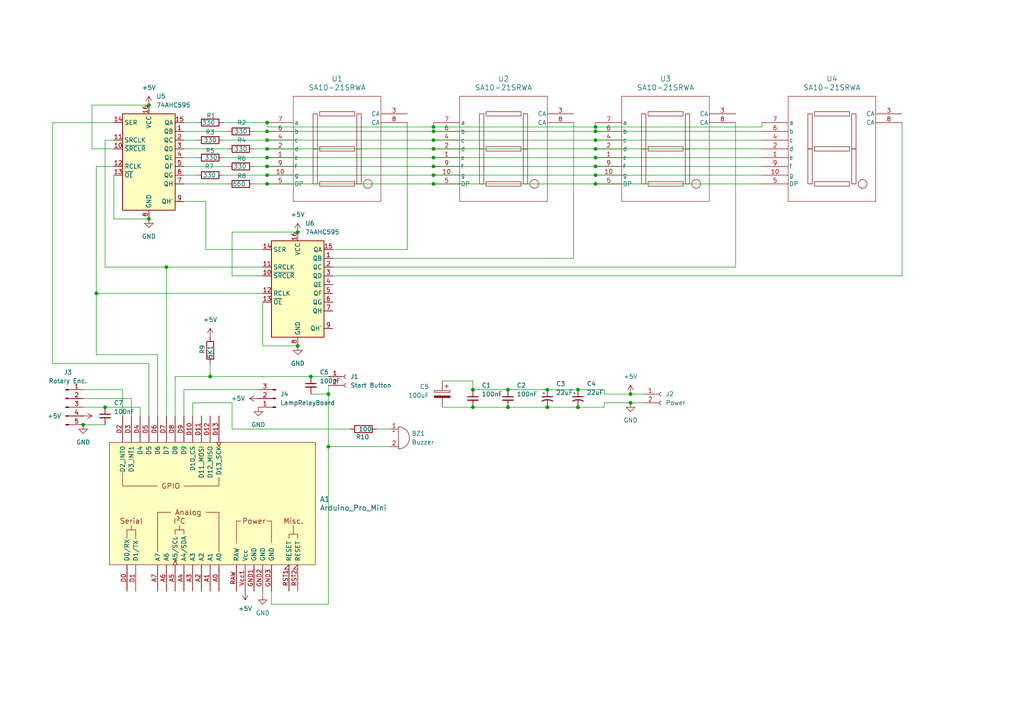
<source format=kicad_sch>
(kicad_sch
	(version 20250114)
	(generator "eeschema")
	(generator_version "9.0")
	(uuid "498569b6-e248-4605-8ee8-fd3933251647")
	(paper "A4")
	(title_block
		(title "F-Stop Darkroom Timer")
		(company "Andy")
	)
	(lib_symbols
		(symbol "2025-12-10_15-00-01:SA10-21SRWA"
			(pin_names
				(offset 0.254)
			)
			(exclude_from_sim no)
			(in_bom yes)
			(on_board yes)
			(property "Reference" "U1"
				(at 20.32 12.7 0)
				(effects
					(font
						(size 1.524 1.524)
					)
				)
			)
			(property "Value" "SA10-21SRWA"
				(at 20.32 10.16 0)
				(effects
					(font
						(size 1.524 1.524)
					)
				)
			)
			(property "Footprint" "footprints:SA10-21SRWA_KNB"
				(at 0 0 0)
				(effects
					(font
						(size 1.27 1.27)
						(italic yes)
					)
					(hide yes)
				)
			)
			(property "Datasheet" "SA10-21SRWA"
				(at 0 0 0)
				(effects
					(font
						(size 1.27 1.27)
						(italic yes)
					)
					(hide yes)
				)
			)
			(property "Description" ""
				(at 0 0 0)
				(effects
					(font
						(size 1.27 1.27)
					)
					(hide yes)
				)
			)
			(property "ki_locked" ""
				(at 0 0 0)
				(effects
					(font
						(size 1.27 1.27)
					)
				)
			)
			(property "ki_keywords" "SA10-21SRWA"
				(at 0 0 0)
				(effects
					(font
						(size 1.27 1.27)
					)
					(hide yes)
				)
			)
			(property "ki_fp_filters" "SA10-21SRWA_KNB"
				(at 0 0 0)
				(effects
					(font
						(size 1.27 1.27)
					)
					(hide yes)
				)
			)
			(symbol "SA10-21SRWA_0_1"
				(polyline
					(pts
						(xy 7.62 7.62) (xy 7.62 -22.86)
					)
					(stroke
						(width 0.127)
						(type default)
					)
					(fill
						(type none)
					)
				)
				(polyline
					(pts
						(xy 7.62 -22.86) (xy 33.02 -22.86)
					)
					(stroke
						(width 0.127)
						(type default)
					)
					(fill
						(type none)
					)
				)
				(polyline
					(pts
						(xy 33.02 7.62) (xy 7.62 7.62)
					)
					(stroke
						(width 0.127)
						(type default)
					)
					(fill
						(type none)
					)
				)
				(polyline
					(pts
						(xy 33.02 -22.86) (xy 33.02 7.62)
					)
					(stroke
						(width 0.127)
						(type default)
					)
					(fill
						(type none)
					)
				)
			)
			(symbol "SA10-21SRWA_1_1"
				(rectangle
					(start 13.335 2.54)
					(end 14.605 -7.62)
					(stroke
						(width 0)
						(type default)
					)
					(fill
						(type none)
					)
				)
				(rectangle
					(start 13.335 -7.62)
					(end 14.605 -17.78)
					(stroke
						(width 0)
						(type default)
					)
					(fill
						(type none)
					)
				)
				(rectangle
					(start 15.24 3.175)
					(end 25.4 1.905)
					(stroke
						(width 0)
						(type default)
					)
					(fill
						(type none)
					)
				)
				(rectangle
					(start 15.24 -6.985)
					(end 25.4 -8.255)
					(stroke
						(width 0)
						(type default)
					)
					(fill
						(type none)
					)
				)
				(rectangle
					(start 15.24 -17.145)
					(end 25.4 -18.415)
					(stroke
						(width 0)
						(type default)
					)
					(fill
						(type none)
					)
				)
				(rectangle
					(start 26.035 2.54)
					(end 27.305 -7.62)
					(stroke
						(width 0)
						(type default)
					)
					(fill
						(type none)
					)
				)
				(rectangle
					(start 26.035 -7.62)
					(end 27.305 -17.78)
					(stroke
						(width 0)
						(type default)
					)
					(fill
						(type none)
					)
				)
				(circle
					(center 29.21 -17.78)
					(radius 1.27)
					(stroke
						(width 0)
						(type default)
					)
					(fill
						(type none)
					)
				)
				(pin unspecified line
					(at 0 0 0)
					(length 7.62)
					(name "a"
						(effects
							(font
								(size 1.27 1.27)
							)
						)
					)
					(number "7"
						(effects
							(font
								(size 1.27 1.27)
							)
						)
					)
				)
				(pin unspecified line
					(at 0 -2.54 0)
					(length 7.62)
					(name "b"
						(effects
							(font
								(size 1.27 1.27)
							)
						)
					)
					(number "6"
						(effects
							(font
								(size 1.27 1.27)
							)
						)
					)
				)
				(pin unspecified line
					(at 0 -5.08 0)
					(length 7.62)
					(name "c"
						(effects
							(font
								(size 1.27 1.27)
							)
						)
					)
					(number "4"
						(effects
							(font
								(size 1.27 1.27)
							)
						)
					)
				)
				(pin unspecified line
					(at 0 -7.62 0)
					(length 7.62)
					(name "d"
						(effects
							(font
								(size 1.27 1.27)
							)
						)
					)
					(number "2"
						(effects
							(font
								(size 1.27 1.27)
							)
						)
					)
				)
				(pin unspecified line
					(at 0 -10.16 0)
					(length 7.62)
					(name "e"
						(effects
							(font
								(size 1.27 1.27)
							)
						)
					)
					(number "1"
						(effects
							(font
								(size 1.27 1.27)
							)
						)
					)
				)
				(pin unspecified line
					(at 0 -12.7 0)
					(length 7.62)
					(name "f"
						(effects
							(font
								(size 1.27 1.27)
							)
						)
					)
					(number "9"
						(effects
							(font
								(size 1.27 1.27)
							)
						)
					)
				)
				(pin unspecified line
					(at 0 -15.24 0)
					(length 7.62)
					(name "g"
						(effects
							(font
								(size 1.27 1.27)
							)
						)
					)
					(number "10"
						(effects
							(font
								(size 1.27 1.27)
							)
						)
					)
				)
				(pin unspecified line
					(at 0 -17.78 0)
					(length 7.62)
					(name "DP"
						(effects
							(font
								(size 1.27 1.27)
							)
						)
					)
					(number "5"
						(effects
							(font
								(size 1.27 1.27)
							)
						)
					)
				)
				(pin unspecified line
					(at 40.64 2.54 180)
					(length 7.62)
					(name "CA"
						(effects
							(font
								(size 1.27 1.27)
							)
						)
					)
					(number "3"
						(effects
							(font
								(size 1.27 1.27)
							)
						)
					)
				)
				(pin unspecified line
					(at 40.64 0 180)
					(length 7.62)
					(name "CA"
						(effects
							(font
								(size 1.27 1.27)
							)
						)
					)
					(number "8"
						(effects
							(font
								(size 1.27 1.27)
							)
						)
					)
				)
			)
			(embedded_fonts no)
		)
		(symbol "74xx:74AHC595"
			(exclude_from_sim no)
			(in_bom yes)
			(on_board yes)
			(property "Reference" "U"
				(at -7.62 13.97 0)
				(effects
					(font
						(size 1.27 1.27)
					)
				)
			)
			(property "Value" "74AHC595"
				(at -7.62 -16.51 0)
				(effects
					(font
						(size 1.27 1.27)
					)
				)
			)
			(property "Footprint" ""
				(at 0 0 0)
				(effects
					(font
						(size 1.27 1.27)
					)
					(hide yes)
				)
			)
			(property "Datasheet" "https://assets.nexperia.com/documents/data-sheet/74AHC_AHCT595.pdf"
				(at 0 0 0)
				(effects
					(font
						(size 1.27 1.27)
					)
					(hide yes)
				)
			)
			(property "Description" "8-bit serial in/out Shift Register 3-State Outputs"
				(at 0 0 0)
				(effects
					(font
						(size 1.27 1.27)
					)
					(hide yes)
				)
			)
			(property "ki_keywords" "AHCMOS SR 3State"
				(at 0 0 0)
				(effects
					(font
						(size 1.27 1.27)
					)
					(hide yes)
				)
			)
			(property "ki_fp_filters" "DIP*W7.62mm* SOIC*3.9x9.9mm*P1.27mm* TSSOP*4.4x5mm*P0.65mm* SOIC*5.3x10.2mm*P1.27mm* SOIC*7.5x10.3mm*P1.27mm*"
				(at 0 0 0)
				(effects
					(font
						(size 1.27 1.27)
					)
					(hide yes)
				)
			)
			(symbol "74AHC595_1_0"
				(pin input line
					(at -10.16 10.16 0)
					(length 2.54)
					(name "SER"
						(effects
							(font
								(size 1.27 1.27)
							)
						)
					)
					(number "14"
						(effects
							(font
								(size 1.27 1.27)
							)
						)
					)
				)
				(pin input line
					(at -10.16 5.08 0)
					(length 2.54)
					(name "SRCLK"
						(effects
							(font
								(size 1.27 1.27)
							)
						)
					)
					(number "11"
						(effects
							(font
								(size 1.27 1.27)
							)
						)
					)
				)
				(pin input line
					(at -10.16 2.54 0)
					(length 2.54)
					(name "~{SRCLR}"
						(effects
							(font
								(size 1.27 1.27)
							)
						)
					)
					(number "10"
						(effects
							(font
								(size 1.27 1.27)
							)
						)
					)
				)
				(pin input line
					(at -10.16 -2.54 0)
					(length 2.54)
					(name "RCLK"
						(effects
							(font
								(size 1.27 1.27)
							)
						)
					)
					(number "12"
						(effects
							(font
								(size 1.27 1.27)
							)
						)
					)
				)
				(pin input line
					(at -10.16 -5.08 0)
					(length 2.54)
					(name "~{OE}"
						(effects
							(font
								(size 1.27 1.27)
							)
						)
					)
					(number "13"
						(effects
							(font
								(size 1.27 1.27)
							)
						)
					)
				)
				(pin power_in line
					(at 0 15.24 270)
					(length 2.54)
					(name "VCC"
						(effects
							(font
								(size 1.27 1.27)
							)
						)
					)
					(number "16"
						(effects
							(font
								(size 1.27 1.27)
							)
						)
					)
				)
				(pin power_in line
					(at 0 -17.78 90)
					(length 2.54)
					(name "GND"
						(effects
							(font
								(size 1.27 1.27)
							)
						)
					)
					(number "8"
						(effects
							(font
								(size 1.27 1.27)
							)
						)
					)
				)
				(pin tri_state line
					(at 10.16 10.16 180)
					(length 2.54)
					(name "QA"
						(effects
							(font
								(size 1.27 1.27)
							)
						)
					)
					(number "15"
						(effects
							(font
								(size 1.27 1.27)
							)
						)
					)
				)
				(pin tri_state line
					(at 10.16 7.62 180)
					(length 2.54)
					(name "QB"
						(effects
							(font
								(size 1.27 1.27)
							)
						)
					)
					(number "1"
						(effects
							(font
								(size 1.27 1.27)
							)
						)
					)
				)
				(pin tri_state line
					(at 10.16 5.08 180)
					(length 2.54)
					(name "QC"
						(effects
							(font
								(size 1.27 1.27)
							)
						)
					)
					(number "2"
						(effects
							(font
								(size 1.27 1.27)
							)
						)
					)
				)
				(pin tri_state line
					(at 10.16 2.54 180)
					(length 2.54)
					(name "QD"
						(effects
							(font
								(size 1.27 1.27)
							)
						)
					)
					(number "3"
						(effects
							(font
								(size 1.27 1.27)
							)
						)
					)
				)
				(pin tri_state line
					(at 10.16 0 180)
					(length 2.54)
					(name "QE"
						(effects
							(font
								(size 1.27 1.27)
							)
						)
					)
					(number "4"
						(effects
							(font
								(size 1.27 1.27)
							)
						)
					)
				)
				(pin tri_state line
					(at 10.16 -2.54 180)
					(length 2.54)
					(name "QF"
						(effects
							(font
								(size 1.27 1.27)
							)
						)
					)
					(number "5"
						(effects
							(font
								(size 1.27 1.27)
							)
						)
					)
				)
				(pin tri_state line
					(at 10.16 -5.08 180)
					(length 2.54)
					(name "QG"
						(effects
							(font
								(size 1.27 1.27)
							)
						)
					)
					(number "6"
						(effects
							(font
								(size 1.27 1.27)
							)
						)
					)
				)
				(pin tri_state line
					(at 10.16 -7.62 180)
					(length 2.54)
					(name "QH"
						(effects
							(font
								(size 1.27 1.27)
							)
						)
					)
					(number "7"
						(effects
							(font
								(size 1.27 1.27)
							)
						)
					)
				)
				(pin output line
					(at 10.16 -12.7 180)
					(length 2.54)
					(name "QH'"
						(effects
							(font
								(size 1.27 1.27)
							)
						)
					)
					(number "9"
						(effects
							(font
								(size 1.27 1.27)
							)
						)
					)
				)
			)
			(symbol "74AHC595_1_1"
				(rectangle
					(start -7.62 12.7)
					(end 7.62 -15.24)
					(stroke
						(width 0.254)
						(type default)
					)
					(fill
						(type background)
					)
				)
			)
			(embedded_fonts no)
		)
		(symbol "Conn_01x02_Socket_1"
			(pin_names
				(offset 1.016)
				(hide yes)
			)
			(exclude_from_sim no)
			(in_bom yes)
			(on_board yes)
			(property "Reference" "J1"
				(at 1.27 0.0001 0)
				(effects
					(font
						(size 1.27 1.27)
					)
					(justify left)
				)
			)
			(property "Value" "Start Button"
				(at 1.27 -2.5399 0)
				(effects
					(font
						(size 1.27 1.27)
					)
					(justify left)
				)
			)
			(property "Footprint" "Connector_PinSocket_2.54mm:PinSocket_1x02_P2.54mm_Vertical"
				(at 0 0 0)
				(effects
					(font
						(size 1.27 1.27)
					)
					(hide yes)
				)
			)
			(property "Datasheet" "~"
				(at 0 0 0)
				(effects
					(font
						(size 1.27 1.27)
					)
					(hide yes)
				)
			)
			(property "Description" "Generic connector, single row, 01x02, script generated"
				(at 0 0 0)
				(effects
					(font
						(size 1.27 1.27)
					)
					(hide yes)
				)
			)
			(property "ki_locked" ""
				(at 0 0 0)
				(effects
					(font
						(size 1.27 1.27)
					)
				)
			)
			(property "ki_keywords" "connector"
				(at 0 0 0)
				(effects
					(font
						(size 1.27 1.27)
					)
					(hide yes)
				)
			)
			(property "ki_fp_filters" "Connector*:*_1x??_*"
				(at 0 0 0)
				(effects
					(font
						(size 1.27 1.27)
					)
					(hide yes)
				)
			)
			(symbol "Conn_01x02_Socket_1_1_1"
				(polyline
					(pts
						(xy -1.27 0) (xy -0.508 0)
					)
					(stroke
						(width 0.1524)
						(type default)
					)
					(fill
						(type none)
					)
				)
				(polyline
					(pts
						(xy -1.27 -2.54) (xy -0.508 -2.54)
					)
					(stroke
						(width 0.1524)
						(type default)
					)
					(fill
						(type none)
					)
				)
				(arc
					(start 0 -0.508)
					(mid -0.5058 0)
					(end 0 0.508)
					(stroke
						(width 0.1524)
						(type default)
					)
					(fill
						(type none)
					)
				)
				(arc
					(start 0 -3.048)
					(mid -0.5058 -2.54)
					(end 0 -2.032)
					(stroke
						(width 0.1524)
						(type default)
					)
					(fill
						(type none)
					)
				)
				(pin passive line
					(at -5.08 0 0)
					(length 3.81)
					(name "Pin_1"
						(effects
							(font
								(size 1.27 1.27)
							)
						)
					)
					(number "1"
						(effects
							(font
								(size 1.27 1.27)
							)
						)
					)
				)
				(pin passive line
					(at -5.08 -2.54 0)
					(length 3.81)
					(name "Pin_2"
						(effects
							(font
								(size 1.27 1.27)
							)
						)
					)
					(number "2"
						(effects
							(font
								(size 1.27 1.27)
							)
						)
					)
				)
			)
			(embedded_fonts no)
		)
		(symbol "Connector:Conn_01x02_Socket"
			(pin_names
				(offset 1.016)
				(hide yes)
			)
			(exclude_from_sim no)
			(in_bom yes)
			(on_board yes)
			(property "Reference" "J2"
				(at 1.27 0.0001 0)
				(effects
					(font
						(size 1.27 1.27)
					)
					(justify left)
				)
			)
			(property "Value" "Power"
				(at 1.27 -2.5399 0)
				(effects
					(font
						(size 1.27 1.27)
					)
					(justify left)
				)
			)
			(property "Footprint" "Connector_PinSocket_2.54mm:PinSocket_1x02_P2.54mm_Vertical"
				(at 0 0 0)
				(effects
					(font
						(size 1.27 1.27)
					)
					(hide yes)
				)
			)
			(property "Datasheet" "~"
				(at 0 0 0)
				(effects
					(font
						(size 1.27 1.27)
					)
					(hide yes)
				)
			)
			(property "Description" "Generic connector, single row, 01x02, script generated"
				(at 0 0 0)
				(effects
					(font
						(size 1.27 1.27)
					)
					(hide yes)
				)
			)
			(property "ki_locked" ""
				(at 0 0 0)
				(effects
					(font
						(size 1.27 1.27)
					)
				)
			)
			(property "ki_keywords" "connector"
				(at 0 0 0)
				(effects
					(font
						(size 1.27 1.27)
					)
					(hide yes)
				)
			)
			(property "ki_fp_filters" "Connector*:*_1x??_*"
				(at 0 0 0)
				(effects
					(font
						(size 1.27 1.27)
					)
					(hide yes)
				)
			)
			(symbol "Conn_01x02_Socket_1_1"
				(polyline
					(pts
						(xy -1.27 0) (xy -0.508 0)
					)
					(stroke
						(width 0.1524)
						(type default)
					)
					(fill
						(type none)
					)
				)
				(polyline
					(pts
						(xy -1.27 -2.54) (xy -0.508 -2.54)
					)
					(stroke
						(width 0.1524)
						(type default)
					)
					(fill
						(type none)
					)
				)
				(arc
					(start 0 -0.508)
					(mid -0.5058 0)
					(end 0 0.508)
					(stroke
						(width 0.1524)
						(type default)
					)
					(fill
						(type none)
					)
				)
				(arc
					(start 0 -3.048)
					(mid -0.5058 -2.54)
					(end 0 -2.032)
					(stroke
						(width 0.1524)
						(type default)
					)
					(fill
						(type none)
					)
				)
				(pin passive line
					(at -5.08 0 0)
					(length 3.81)
					(name "Pin_1"
						(effects
							(font
								(size 1.27 1.27)
							)
						)
					)
					(number "1"
						(effects
							(font
								(size 1.27 1.27)
							)
						)
					)
				)
				(pin passive line
					(at -5.08 -2.54 0)
					(length 3.81)
					(name "Pin_2"
						(effects
							(font
								(size 1.27 1.27)
							)
						)
					)
					(number "2"
						(effects
							(font
								(size 1.27 1.27)
							)
						)
					)
				)
			)
			(embedded_fonts no)
		)
		(symbol "Connector:Conn_01x03_Pin"
			(pin_names
				(offset 1.016)
				(hide yes)
			)
			(exclude_from_sim no)
			(in_bom yes)
			(on_board yes)
			(property "Reference" "J"
				(at 0 5.08 0)
				(effects
					(font
						(size 1.27 1.27)
					)
				)
			)
			(property "Value" "Conn_01x03_Pin"
				(at 0 -5.08 0)
				(effects
					(font
						(size 1.27 1.27)
					)
				)
			)
			(property "Footprint" ""
				(at 0 0 0)
				(effects
					(font
						(size 1.27 1.27)
					)
					(hide yes)
				)
			)
			(property "Datasheet" "~"
				(at 0 0 0)
				(effects
					(font
						(size 1.27 1.27)
					)
					(hide yes)
				)
			)
			(property "Description" "Generic connector, single row, 01x03, script generated"
				(at 0 0 0)
				(effects
					(font
						(size 1.27 1.27)
					)
					(hide yes)
				)
			)
			(property "ki_locked" ""
				(at 0 0 0)
				(effects
					(font
						(size 1.27 1.27)
					)
				)
			)
			(property "ki_keywords" "connector"
				(at 0 0 0)
				(effects
					(font
						(size 1.27 1.27)
					)
					(hide yes)
				)
			)
			(property "ki_fp_filters" "Connector*:*_1x??_*"
				(at 0 0 0)
				(effects
					(font
						(size 1.27 1.27)
					)
					(hide yes)
				)
			)
			(symbol "Conn_01x03_Pin_1_1"
				(rectangle
					(start 0.8636 2.667)
					(end 0 2.413)
					(stroke
						(width 0.1524)
						(type default)
					)
					(fill
						(type outline)
					)
				)
				(rectangle
					(start 0.8636 0.127)
					(end 0 -0.127)
					(stroke
						(width 0.1524)
						(type default)
					)
					(fill
						(type outline)
					)
				)
				(rectangle
					(start 0.8636 -2.413)
					(end 0 -2.667)
					(stroke
						(width 0.1524)
						(type default)
					)
					(fill
						(type outline)
					)
				)
				(polyline
					(pts
						(xy 1.27 2.54) (xy 0.8636 2.54)
					)
					(stroke
						(width 0.1524)
						(type default)
					)
					(fill
						(type none)
					)
				)
				(polyline
					(pts
						(xy 1.27 0) (xy 0.8636 0)
					)
					(stroke
						(width 0.1524)
						(type default)
					)
					(fill
						(type none)
					)
				)
				(polyline
					(pts
						(xy 1.27 -2.54) (xy 0.8636 -2.54)
					)
					(stroke
						(width 0.1524)
						(type default)
					)
					(fill
						(type none)
					)
				)
				(pin passive line
					(at 5.08 2.54 180)
					(length 3.81)
					(name "Pin_1"
						(effects
							(font
								(size 1.27 1.27)
							)
						)
					)
					(number "1"
						(effects
							(font
								(size 1.27 1.27)
							)
						)
					)
				)
				(pin passive line
					(at 5.08 0 180)
					(length 3.81)
					(name "Pin_2"
						(effects
							(font
								(size 1.27 1.27)
							)
						)
					)
					(number "2"
						(effects
							(font
								(size 1.27 1.27)
							)
						)
					)
				)
				(pin passive line
					(at 5.08 -2.54 180)
					(length 3.81)
					(name "Pin_3"
						(effects
							(font
								(size 1.27 1.27)
							)
						)
					)
					(number "3"
						(effects
							(font
								(size 1.27 1.27)
							)
						)
					)
				)
			)
			(embedded_fonts no)
		)
		(symbol "Connector:Conn_01x05_Pin"
			(pin_names
				(offset 1.016)
				(hide yes)
			)
			(exclude_from_sim no)
			(in_bom yes)
			(on_board yes)
			(property "Reference" "J3"
				(at 0.635 10.16 0)
				(effects
					(font
						(size 1.27 1.27)
					)
				)
			)
			(property "Value" "Rotary Enc."
				(at 0.635 7.62 0)
				(effects
					(font
						(size 1.27 1.27)
					)
				)
			)
			(property "Footprint" "Connector_PinHeader_2.54mm:PinHeader_1x05_P2.54mm_Vertical"
				(at 0 0 0)
				(effects
					(font
						(size 1.27 1.27)
					)
					(hide yes)
				)
			)
			(property "Datasheet" "~"
				(at 0 0 0)
				(effects
					(font
						(size 1.27 1.27)
					)
					(hide yes)
				)
			)
			(property "Description" "Generic connector, single row, 01x05, script generated"
				(at 0 0 0)
				(effects
					(font
						(size 1.27 1.27)
					)
					(hide yes)
				)
			)
			(property "ki_locked" ""
				(at 0 0 0)
				(effects
					(font
						(size 1.27 1.27)
					)
				)
			)
			(property "ki_keywords" "connector"
				(at 0 0 0)
				(effects
					(font
						(size 1.27 1.27)
					)
					(hide yes)
				)
			)
			(property "ki_fp_filters" "Connector*:*_1x??_*"
				(at 0 0 0)
				(effects
					(font
						(size 1.27 1.27)
					)
					(hide yes)
				)
			)
			(symbol "Conn_01x05_Pin_1_1"
				(rectangle
					(start 0.8636 5.207)
					(end 0 4.953)
					(stroke
						(width 0.1524)
						(type default)
					)
					(fill
						(type outline)
					)
				)
				(rectangle
					(start 0.8636 2.667)
					(end 0 2.413)
					(stroke
						(width 0.1524)
						(type default)
					)
					(fill
						(type outline)
					)
				)
				(rectangle
					(start 0.8636 0.127)
					(end 0 -0.127)
					(stroke
						(width 0.1524)
						(type default)
					)
					(fill
						(type outline)
					)
				)
				(rectangle
					(start 0.8636 -2.413)
					(end 0 -2.667)
					(stroke
						(width 0.1524)
						(type default)
					)
					(fill
						(type outline)
					)
				)
				(rectangle
					(start 0.8636 -4.953)
					(end 0 -5.207)
					(stroke
						(width 0.1524)
						(type default)
					)
					(fill
						(type outline)
					)
				)
				(polyline
					(pts
						(xy 1.27 5.08) (xy 0.8636 5.08)
					)
					(stroke
						(width 0.1524)
						(type default)
					)
					(fill
						(type none)
					)
				)
				(polyline
					(pts
						(xy 1.27 2.54) (xy 0.8636 2.54)
					)
					(stroke
						(width 0.1524)
						(type default)
					)
					(fill
						(type none)
					)
				)
				(polyline
					(pts
						(xy 1.27 0) (xy 0.8636 0)
					)
					(stroke
						(width 0.1524)
						(type default)
					)
					(fill
						(type none)
					)
				)
				(polyline
					(pts
						(xy 1.27 -2.54) (xy 0.8636 -2.54)
					)
					(stroke
						(width 0.1524)
						(type default)
					)
					(fill
						(type none)
					)
				)
				(polyline
					(pts
						(xy 1.27 -5.08) (xy 0.8636 -5.08)
					)
					(stroke
						(width 0.1524)
						(type default)
					)
					(fill
						(type none)
					)
				)
				(pin passive line
					(at 5.08 5.08 180)
					(length 3.81)
					(name "CLK"
						(effects
							(font
								(size 1.27 1.27)
							)
						)
					)
					(number "1"
						(effects
							(font
								(size 1.27 1.27)
							)
						)
					)
				)
				(pin passive line
					(at 5.08 2.54 180)
					(length 3.81)
					(name "DT"
						(effects
							(font
								(size 1.27 1.27)
							)
						)
					)
					(number "2"
						(effects
							(font
								(size 1.27 1.27)
							)
						)
					)
				)
				(pin passive line
					(at 5.08 0 180)
					(length 3.81)
					(name "SW"
						(effects
							(font
								(size 1.27 1.27)
							)
						)
					)
					(number "3"
						(effects
							(font
								(size 1.27 1.27)
							)
						)
					)
				)
				(pin passive line
					(at 5.08 -2.54 180)
					(length 3.81)
					(name "Vcc+"
						(effects
							(font
								(size 1.27 1.27)
							)
						)
					)
					(number "4"
						(effects
							(font
								(size 1.27 1.27)
							)
						)
					)
				)
				(pin passive line
					(at 5.08 -5.08 180)
					(length 3.81)
					(name "GND"
						(effects
							(font
								(size 1.27 1.27)
							)
						)
					)
					(number "5"
						(effects
							(font
								(size 1.27 1.27)
							)
						)
					)
				)
			)
			(embedded_fonts no)
		)
		(symbol "Device:Buzzer"
			(pin_names
				(offset 0.0254)
				(hide yes)
			)
			(exclude_from_sim no)
			(in_bom yes)
			(on_board yes)
			(property "Reference" "BZ"
				(at 3.81 1.27 0)
				(effects
					(font
						(size 1.27 1.27)
					)
					(justify left)
				)
			)
			(property "Value" "Buzzer"
				(at 3.81 -1.27 0)
				(effects
					(font
						(size 1.27 1.27)
					)
					(justify left)
				)
			)
			(property "Footprint" ""
				(at -0.635 2.54 90)
				(effects
					(font
						(size 1.27 1.27)
					)
					(hide yes)
				)
			)
			(property "Datasheet" "~"
				(at -0.635 2.54 90)
				(effects
					(font
						(size 1.27 1.27)
					)
					(hide yes)
				)
			)
			(property "Description" "Buzzer, polarized"
				(at 0 0 0)
				(effects
					(font
						(size 1.27 1.27)
					)
					(hide yes)
				)
			)
			(property "ki_keywords" "quartz resonator ceramic"
				(at 0 0 0)
				(effects
					(font
						(size 1.27 1.27)
					)
					(hide yes)
				)
			)
			(property "ki_fp_filters" "*Buzzer*"
				(at 0 0 0)
				(effects
					(font
						(size 1.27 1.27)
					)
					(hide yes)
				)
			)
			(symbol "Buzzer_0_1"
				(polyline
					(pts
						(xy -1.651 1.905) (xy -1.143 1.905)
					)
					(stroke
						(width 0)
						(type default)
					)
					(fill
						(type none)
					)
				)
				(polyline
					(pts
						(xy -1.397 2.159) (xy -1.397 1.651)
					)
					(stroke
						(width 0)
						(type default)
					)
					(fill
						(type none)
					)
				)
				(arc
					(start 0 3.175)
					(mid 3.1612 0)
					(end 0 -3.175)
					(stroke
						(width 0)
						(type default)
					)
					(fill
						(type none)
					)
				)
				(polyline
					(pts
						(xy 0 3.175) (xy 0 -3.175)
					)
					(stroke
						(width 0)
						(type default)
					)
					(fill
						(type none)
					)
				)
			)
			(symbol "Buzzer_1_1"
				(pin passive line
					(at -2.54 2.54 0)
					(length 2.54)
					(name "+"
						(effects
							(font
								(size 1.27 1.27)
							)
						)
					)
					(number "1"
						(effects
							(font
								(size 1.27 1.27)
							)
						)
					)
				)
				(pin passive line
					(at -2.54 -2.54 0)
					(length 2.54)
					(name "-"
						(effects
							(font
								(size 1.27 1.27)
							)
						)
					)
					(number "2"
						(effects
							(font
								(size 1.27 1.27)
							)
						)
					)
				)
			)
			(embedded_fonts no)
		)
		(symbol "Device:C_Polarized"
			(pin_numbers
				(hide yes)
			)
			(pin_names
				(offset 0.254)
			)
			(exclude_from_sim no)
			(in_bom yes)
			(on_board yes)
			(property "Reference" "C"
				(at 0.635 2.54 0)
				(effects
					(font
						(size 1.27 1.27)
					)
					(justify left)
				)
			)
			(property "Value" "C_Polarized"
				(at 0.635 -2.54 0)
				(effects
					(font
						(size 1.27 1.27)
					)
					(justify left)
				)
			)
			(property "Footprint" ""
				(at 0.9652 -3.81 0)
				(effects
					(font
						(size 1.27 1.27)
					)
					(hide yes)
				)
			)
			(property "Datasheet" "~"
				(at 0 0 0)
				(effects
					(font
						(size 1.27 1.27)
					)
					(hide yes)
				)
			)
			(property "Description" "Polarized capacitor"
				(at 0 0 0)
				(effects
					(font
						(size 1.27 1.27)
					)
					(hide yes)
				)
			)
			(property "ki_keywords" "cap capacitor"
				(at 0 0 0)
				(effects
					(font
						(size 1.27 1.27)
					)
					(hide yes)
				)
			)
			(property "ki_fp_filters" "CP_*"
				(at 0 0 0)
				(effects
					(font
						(size 1.27 1.27)
					)
					(hide yes)
				)
			)
			(symbol "C_Polarized_0_1"
				(rectangle
					(start -2.286 0.508)
					(end 2.286 1.016)
					(stroke
						(width 0)
						(type default)
					)
					(fill
						(type none)
					)
				)
				(polyline
					(pts
						(xy -1.778 2.286) (xy -0.762 2.286)
					)
					(stroke
						(width 0)
						(type default)
					)
					(fill
						(type none)
					)
				)
				(polyline
					(pts
						(xy -1.27 2.794) (xy -1.27 1.778)
					)
					(stroke
						(width 0)
						(type default)
					)
					(fill
						(type none)
					)
				)
				(rectangle
					(start 2.286 -0.508)
					(end -2.286 -1.016)
					(stroke
						(width 0)
						(type default)
					)
					(fill
						(type outline)
					)
				)
			)
			(symbol "C_Polarized_1_1"
				(pin passive line
					(at 0 3.81 270)
					(length 2.794)
					(name "~"
						(effects
							(font
								(size 1.27 1.27)
							)
						)
					)
					(number "1"
						(effects
							(font
								(size 1.27 1.27)
							)
						)
					)
				)
				(pin passive line
					(at 0 -3.81 90)
					(length 2.794)
					(name "~"
						(effects
							(font
								(size 1.27 1.27)
							)
						)
					)
					(number "2"
						(effects
							(font
								(size 1.27 1.27)
							)
						)
					)
				)
			)
			(embedded_fonts no)
		)
		(symbol "Device:R"
			(pin_numbers
				(hide yes)
			)
			(pin_names
				(offset 0)
			)
			(exclude_from_sim no)
			(in_bom yes)
			(on_board yes)
			(property "Reference" "R"
				(at 2.032 0 90)
				(effects
					(font
						(size 1.27 1.27)
					)
				)
			)
			(property "Value" "R"
				(at 0 0 90)
				(effects
					(font
						(size 1.27 1.27)
					)
				)
			)
			(property "Footprint" ""
				(at -1.778 0 90)
				(effects
					(font
						(size 1.27 1.27)
					)
					(hide yes)
				)
			)
			(property "Datasheet" "~"
				(at 0 0 0)
				(effects
					(font
						(size 1.27 1.27)
					)
					(hide yes)
				)
			)
			(property "Description" "Resistor"
				(at 0 0 0)
				(effects
					(font
						(size 1.27 1.27)
					)
					(hide yes)
				)
			)
			(property "ki_keywords" "R res resistor"
				(at 0 0 0)
				(effects
					(font
						(size 1.27 1.27)
					)
					(hide yes)
				)
			)
			(property "ki_fp_filters" "R_*"
				(at 0 0 0)
				(effects
					(font
						(size 1.27 1.27)
					)
					(hide yes)
				)
			)
			(symbol "R_0_1"
				(rectangle
					(start -1.016 -2.54)
					(end 1.016 2.54)
					(stroke
						(width 0.254)
						(type default)
					)
					(fill
						(type none)
					)
				)
			)
			(symbol "R_1_1"
				(pin passive line
					(at 0 3.81 270)
					(length 1.27)
					(name "~"
						(effects
							(font
								(size 1.27 1.27)
							)
						)
					)
					(number "1"
						(effects
							(font
								(size 1.27 1.27)
							)
						)
					)
				)
				(pin passive line
					(at 0 -3.81 90)
					(length 1.27)
					(name "~"
						(effects
							(font
								(size 1.27 1.27)
							)
						)
					)
					(number "2"
						(effects
							(font
								(size 1.27 1.27)
							)
						)
					)
				)
			)
			(embedded_fonts no)
		)
		(symbol "PCM_SparkFun-Capacitor:C"
			(pin_numbers
				(hide yes)
			)
			(pin_names
				(offset 0.254)
			)
			(exclude_from_sim no)
			(in_bom yes)
			(on_board yes)
			(property "Reference" "C"
				(at 0.635 2.54 0)
				(effects
					(font
						(size 1.27 1.27)
					)
					(justify left)
				)
			)
			(property "Value" "C"
				(at 0.635 -2.54 0)
				(effects
					(font
						(size 1.27 1.27)
					)
					(justify left)
				)
			)
			(property "Footprint" "PCM_SparkFun-Capacitor:C_0603_1608Metric"
				(at 0.9652 -11.43 0)
				(effects
					(font
						(size 1.27 1.27)
					)
					(hide yes)
				)
			)
			(property "Datasheet" "https://cdn.sparkfun.com/assets/8/a/4/a/5/Kemet_Capacitor_Datasheet.pdf"
				(at 1.27 -16.51 0)
				(effects
					(font
						(size 1.27 1.27)
					)
					(hide yes)
				)
			)
			(property "Description" "Unpolarized capacitor"
				(at 0 -19.05 0)
				(effects
					(font
						(size 1.27 1.27)
					)
					(hide yes)
				)
			)
			(property "PROD_ID" "CAP-00000"
				(at 0 -13.97 0)
				(effects
					(font
						(size 1.27 1.27)
					)
					(hide yes)
				)
			)
			(property "Voltage" "1kV"
				(at 0 -6.35 0)
				(effects
					(font
						(size 1.27 1.27)
					)
				)
			)
			(property "Tolerance" "100%"
				(at 0 -8.89 0)
				(effects
					(font
						(size 1.27 1.27)
					)
				)
			)
			(property "ki_keywords" "SparkFun cap capacitor"
				(at 0 0 0)
				(effects
					(font
						(size 1.27 1.27)
					)
					(hide yes)
				)
			)
			(property "ki_fp_filters" "C_*"
				(at 0 0 0)
				(effects
					(font
						(size 1.27 1.27)
					)
					(hide yes)
				)
			)
			(symbol "C_0_1"
				(polyline
					(pts
						(xy -1.524 0.508) (xy 1.524 0.508)
					)
					(stroke
						(width 0.3048)
						(type default)
					)
					(fill
						(type none)
					)
				)
				(polyline
					(pts
						(xy -1.524 -0.508) (xy 1.524 -0.508)
					)
					(stroke
						(width 0.3302)
						(type default)
					)
					(fill
						(type none)
					)
				)
			)
			(symbol "C_1_1"
				(pin passive line
					(at 0 2.54 270)
					(length 2.032)
					(name "~"
						(effects
							(font
								(size 1.27 1.27)
							)
						)
					)
					(number "1"
						(effects
							(font
								(size 1.27 1.27)
							)
						)
					)
				)
				(pin passive line
					(at 0 -2.54 90)
					(length 2.032)
					(name "~"
						(effects
							(font
								(size 1.27 1.27)
							)
						)
					)
					(number "2"
						(effects
							(font
								(size 1.27 1.27)
							)
						)
					)
				)
			)
			(embedded_fonts no)
		)
		(symbol "PCM_SparkFun-Capacitor:C_Polarized_Small"
			(pin_numbers
				(hide yes)
			)
			(pin_names
				(offset 0.254)
				(hide yes)
			)
			(exclude_from_sim no)
			(in_bom yes)
			(on_board yes)
			(property "Reference" "C"
				(at 0.635 2.54 0)
				(effects
					(font
						(size 1.27 1.27)
					)
					(justify left)
				)
			)
			(property "Value" "C_Polarized_Small"
				(at 0.635 -2.54 0)
				(effects
					(font
						(size 1.27 1.27)
					)
					(justify left)
				)
			)
			(property "Footprint" "~"
				(at 0 -20.32 0)
				(effects
					(font
						(size 1.27 1.27)
					)
					(hide yes)
				)
			)
			(property "Datasheet" "https://cdn.sparkfun.com/assets/8/a/4/a/5/Kemet_Capacitor_Datasheet.pdf"
				(at 1.27 -15.24 0)
				(effects
					(font
						(size 1.27 1.27)
					)
					(hide yes)
				)
			)
			(property "Description" "Polarized capacitor, US symbol"
				(at 0 -17.78 0)
				(effects
					(font
						(size 1.27 1.27)
					)
					(hide yes)
				)
			)
			(property "PROD_ID" "CAP-00000"
				(at 0 -12.7 0)
				(effects
					(font
						(size 1.27 1.27)
					)
					(hide yes)
				)
			)
			(property "Voltage" "1kV"
				(at 0 -7.62 0)
				(effects
					(font
						(size 1.27 1.27)
					)
				)
			)
			(property "Tolerance" "100%"
				(at 0 -10.16 0)
				(effects
					(font
						(size 1.27 1.27)
					)
				)
			)
			(property "ki_keywords" "SparkFun cap capacitor"
				(at 0 0 0)
				(effects
					(font
						(size 1.27 1.27)
					)
					(hide yes)
				)
			)
			(property "ki_fp_filters" "CP_*"
				(at 0 0 0)
				(effects
					(font
						(size 1.27 1.27)
					)
					(hide yes)
				)
			)
			(symbol "C_Polarized_Small_0_1"
				(polyline
					(pts
						(xy -1.524 0.508) (xy 1.524 0.508)
					)
					(stroke
						(width 0.3048)
						(type default)
					)
					(fill
						(type none)
					)
				)
				(polyline
					(pts
						(xy -1.27 1.524) (xy -0.762 1.524)
					)
					(stroke
						(width 0)
						(type default)
					)
					(fill
						(type none)
					)
				)
				(polyline
					(pts
						(xy -1.016 1.27) (xy -1.016 1.778)
					)
					(stroke
						(width 0)
						(type default)
					)
					(fill
						(type none)
					)
				)
				(arc
					(start -1.524 -0.762)
					(mid 0 -0.3734)
					(end 1.524 -0.762)
					(stroke
						(width 0.3048)
						(type default)
					)
					(fill
						(type none)
					)
				)
			)
			(symbol "C_Polarized_Small_1_1"
				(pin passive line
					(at 0 2.54 270)
					(length 2.032)
					(name "~"
						(effects
							(font
								(size 1.27 1.27)
							)
						)
					)
					(number "1"
						(effects
							(font
								(size 1.27 1.27)
							)
						)
					)
				)
				(pin passive line
					(at 0 -2.54 90)
					(length 2.032)
					(name "~"
						(effects
							(font
								(size 1.27 1.27)
							)
						)
					)
					(number "2"
						(effects
							(font
								(size 1.27 1.27)
							)
						)
					)
				)
			)
			(embedded_fonts no)
		)
		(symbol "PCM_arduino-library:Clone_Pro_Mini_Socket_NoSPH"
			(pin_names
				(offset 1.016)
			)
			(exclude_from_sim no)
			(in_bom yes)
			(on_board yes)
			(property "Reference" "A"
				(at 0 36.83 0)
				(effects
					(font
						(size 1.524 1.524)
					)
				)
			)
			(property "Value" "Clone_Pro_Mini_Socket_NoSPH"
				(at 0 33.02 0)
				(effects
					(font
						(size 1.524 1.524)
					)
				)
			)
			(property "Footprint" "PCM_arduino-library:Clone_Pro_Mini_Socket_NoSPH"
				(at 0 -36.83 0)
				(effects
					(font
						(size 1.524 1.524)
					)
					(hide yes)
				)
			)
			(property "Datasheet" "https://www.addicore.com/Pro-Mini-p/ad249.htm"
				(at 0 -33.02 0)
				(effects
					(font
						(size 1.524 1.524)
					)
					(hide yes)
				)
			)
			(property "Description" "Socket for Common Unofficial Pro Mini Clone (without Programming Header Pins)"
				(at 0 0 0)
				(effects
					(font
						(size 1.27 1.27)
					)
					(hide yes)
				)
			)
			(property "ki_keywords" "Clone MPU Shield"
				(at 0 0 0)
				(effects
					(font
						(size 1.27 1.27)
					)
					(hide yes)
				)
			)
			(property "ki_fp_filters" "Clone_Pro_Mini_Socket_NoSPH"
				(at 0 0 0)
				(effects
					(font
						(size 1.27 1.27)
					)
					(hide yes)
				)
			)
			(symbol "Clone_Pro_Mini_Socket_NoSPH_0_0"
				(rectangle
					(start -17.78 30.48)
					(end 17.78 -29.21)
					(stroke
						(width 0)
						(type default)
					)
					(fill
						(type background)
					)
				)
				(polyline
					(pts
						(xy -11.43 -16.51) (xy -5.08 -16.51) (xy -5.08 -15.24)
					)
					(stroke
						(width 0)
						(type default)
					)
					(fill
						(type none)
					)
				)
				(polyline
					(pts
						(xy -10.16 25.4) (xy -7.62 25.4) (xy -7.62 22.86) (xy -10.16 22.86)
					)
					(stroke
						(width 0)
						(type default)
					)
					(fill
						(type none)
					)
				)
				(polyline
					(pts
						(xy -8.89 11.43) (xy -7.62 11.43) (xy -7.62 8.89) (xy -8.89 8.89)
					)
					(stroke
						(width 0)
						(type default)
					)
					(fill
						(type none)
					)
				)
				(polyline
					(pts
						(xy -7.62 24.13) (xy -6.35 24.13)
					)
					(stroke
						(width 0)
						(type default)
					)
					(fill
						(type none)
					)
				)
				(polyline
					(pts
						(xy -7.62 10.16) (xy -6.35 10.16)
					)
					(stroke
						(width 0)
						(type default)
					)
					(fill
						(type none)
					)
				)
				(polyline
					(pts
						(xy -6.35 -22.86) (xy -8.89 -22.86)
					)
					(stroke
						(width 0)
						(type default)
					)
					(fill
						(type none)
					)
				)
				(polyline
					(pts
						(xy -5.08 -7.62) (xy -5.08 -6.35) (xy -11.43 -6.35)
					)
					(stroke
						(width 0)
						(type default)
					)
					(fill
						(type none)
					)
				)
				(polyline
					(pts
						(xy -2.54 12.7) (xy -2.54 16.51) (xy -13.97 16.51)
					)
					(stroke
						(width 0)
						(type default)
					)
					(fill
						(type none)
					)
				)
				(polyline
					(pts
						(xy -2.54 2.54) (xy -2.54 -1.27) (xy -13.97 -1.27)
					)
					(stroke
						(width 0)
						(type default)
					)
					(fill
						(type none)
					)
				)
				(text "Serial"
					(at -5.08 24.13 900)
					(effects
						(font
							(size 1.524 1.524)
						)
					)
				)
				(text "I²C"
					(at -5.08 10.16 900)
					(effects
						(font
							(size 1.524 1.524)
						)
					)
				)
				(text "Power"
					(at -5.08 -11.43 900)
					(effects
						(font
							(size 1.524 1.524)
						)
					)
				)
				(text "Misc."
					(at -5.08 -22.86 900)
					(effects
						(font
							(size 1.524 1.524)
						)
					)
				)
				(text "Analog"
					(at -2.54 7.62 900)
					(effects
						(font
							(size 1.524 1.524)
						)
					)
				)
			)
			(symbol "Clone_Pro_Mini_Socket_NoSPH_0_1"
				(polyline
					(pts
						(xy -10.16 -24.13) (xy -8.89 -24.13) (xy -8.89 -21.59) (xy -10.16 -21.59)
					)
					(stroke
						(width 0)
						(type default)
					)
					(fill
						(type none)
					)
				)
				(polyline
					(pts
						(xy 7.62 -1.27) (xy 5.08 -1.27) (xy 5.08 8.89)
					)
					(stroke
						(width 0)
						(type default)
					)
					(fill
						(type none)
					)
				)
				(polyline
					(pts
						(xy 8.89 26.67) (xy 5.08 26.67) (xy 5.08 16.51)
					)
					(stroke
						(width 0)
						(type default)
					)
					(fill
						(type none)
					)
				)
			)
			(symbol "Clone_Pro_Mini_Socket_NoSPH_1_0"
				(text "GPIO"
					(at 5.08 12.7 900)
					(effects
						(font
							(size 1.524 1.524)
						)
					)
				)
			)
			(symbol "Clone_Pro_Mini_Socket_NoSPH_1_1"
				(pin bidirectional line
					(at -25.4 25.4 0)
					(length 7.62)
					(name "D0/RX"
						(effects
							(font
								(size 1.27 1.27)
							)
						)
					)
					(number "D0"
						(effects
							(font
								(size 1.27 1.27)
							)
						)
					)
				)
				(pin bidirectional line
					(at -25.4 22.86 0)
					(length 7.62)
					(name "D1/TX"
						(effects
							(font
								(size 1.27 1.27)
							)
						)
					)
					(number "D1"
						(effects
							(font
								(size 1.27 1.27)
							)
						)
					)
				)
				(pin input line
					(at -25.4 16.51 0)
					(length 7.62)
					(name "A7"
						(effects
							(font
								(size 1.27 1.27)
							)
						)
					)
					(number "A7"
						(effects
							(font
								(size 1.27 1.27)
							)
						)
					)
				)
				(pin input line
					(at -25.4 13.97 0)
					(length 7.62)
					(name "A6"
						(effects
							(font
								(size 1.27 1.27)
							)
						)
					)
					(number "A6"
						(effects
							(font
								(size 1.27 1.27)
							)
						)
					)
				)
				(pin bidirectional clock
					(at -25.4 11.43 0)
					(length 7.62)
					(name "A5/SCL"
						(effects
							(font
								(size 1.27 1.27)
							)
						)
					)
					(number "A5"
						(effects
							(font
								(size 1.27 1.27)
							)
						)
					)
				)
				(pin bidirectional line
					(at -25.4 8.89 0)
					(length 7.62)
					(name "A4/SDA"
						(effects
							(font
								(size 1.27 1.27)
							)
						)
					)
					(number "A4"
						(effects
							(font
								(size 1.27 1.27)
							)
						)
					)
				)
				(pin bidirectional line
					(at -25.4 6.35 0)
					(length 7.62)
					(name "A3"
						(effects
							(font
								(size 1.27 1.27)
							)
						)
					)
					(number "A3"
						(effects
							(font
								(size 1.27 1.27)
							)
						)
					)
				)
				(pin bidirectional line
					(at -25.4 3.81 0)
					(length 7.62)
					(name "A2"
						(effects
							(font
								(size 1.27 1.27)
							)
						)
					)
					(number "A2"
						(effects
							(font
								(size 1.27 1.27)
							)
						)
					)
				)
				(pin bidirectional line
					(at -25.4 1.27 0)
					(length 7.62)
					(name "A1"
						(effects
							(font
								(size 1.27 1.27)
							)
						)
					)
					(number "A1"
						(effects
							(font
								(size 1.27 1.27)
							)
						)
					)
				)
				(pin bidirectional line
					(at -25.4 -1.27 0)
					(length 7.62)
					(name "A0"
						(effects
							(font
								(size 1.27 1.27)
							)
						)
					)
					(number "A0"
						(effects
							(font
								(size 1.27 1.27)
							)
						)
					)
				)
				(pin power_in line
					(at -25.4 -6.35 0)
					(length 7.62)
					(name "RAW"
						(effects
							(font
								(size 1.27 1.27)
							)
						)
					)
					(number "RAW"
						(effects
							(font
								(size 1.27 1.27)
							)
						)
					)
				)
				(pin power_in line
					(at -25.4 -8.89 0)
					(length 7.62)
					(name "Vcc"
						(effects
							(font
								(size 1.27 1.27)
							)
						)
					)
					(number "Vcc1"
						(effects
							(font
								(size 1.27 1.27)
							)
						)
					)
				)
				(pin power_in line
					(at -25.4 -11.43 0)
					(length 7.62)
					(name "GND"
						(effects
							(font
								(size 1.27 1.27)
							)
						)
					)
					(number "GND1"
						(effects
							(font
								(size 1.27 1.27)
							)
						)
					)
				)
				(pin power_in line
					(at -25.4 -13.97 0)
					(length 7.62)
					(name "GND"
						(effects
							(font
								(size 1.27 1.27)
							)
						)
					)
					(number "GND2"
						(effects
							(font
								(size 1.27 1.27)
							)
						)
					)
				)
				(pin power_in line
					(at -25.4 -16.51 0)
					(length 7.62)
					(name "GND"
						(effects
							(font
								(size 1.27 1.27)
							)
						)
					)
					(number "GND3"
						(effects
							(font
								(size 1.27 1.27)
							)
						)
					)
				)
				(pin open_collector input_low
					(at -25.4 -21.59 0)
					(length 7.62)
					(name "RESET"
						(effects
							(font
								(size 1.27 1.27)
							)
						)
					)
					(number "RST1"
						(effects
							(font
								(size 1.27 1.27)
							)
						)
					)
				)
				(pin open_collector input_low
					(at -25.4 -24.13 0)
					(length 7.62)
					(name "RESET"
						(effects
							(font
								(size 1.27 1.27)
							)
						)
					)
					(number "RST2"
						(effects
							(font
								(size 1.27 1.27)
							)
						)
					)
				)
				(pin bidirectional line
					(at 25.4 26.67 180)
					(length 7.62)
					(name "D2_INT0"
						(effects
							(font
								(size 1.27 1.27)
							)
						)
					)
					(number "D2"
						(effects
							(font
								(size 1.27 1.27)
							)
						)
					)
				)
				(pin bidirectional line
					(at 25.4 24.13 180)
					(length 7.62)
					(name "D3_INT1"
						(effects
							(font
								(size 1.27 1.27)
							)
						)
					)
					(number "D3"
						(effects
							(font
								(size 1.27 1.27)
							)
						)
					)
				)
				(pin bidirectional line
					(at 25.4 21.59 180)
					(length 7.62)
					(name "D4"
						(effects
							(font
								(size 1.27 1.27)
							)
						)
					)
					(number "D4"
						(effects
							(font
								(size 1.27 1.27)
							)
						)
					)
				)
				(pin bidirectional line
					(at 25.4 19.05 180)
					(length 7.62)
					(name "D5"
						(effects
							(font
								(size 1.27 1.27)
							)
						)
					)
					(number "D5"
						(effects
							(font
								(size 1.27 1.27)
							)
						)
					)
				)
				(pin bidirectional line
					(at 25.4 16.51 180)
					(length 7.62)
					(name "D6"
						(effects
							(font
								(size 1.27 1.27)
							)
						)
					)
					(number "D6"
						(effects
							(font
								(size 1.27 1.27)
							)
						)
					)
				)
				(pin bidirectional line
					(at 25.4 13.97 180)
					(length 7.62)
					(name "D7"
						(effects
							(font
								(size 1.27 1.27)
							)
						)
					)
					(number "D7"
						(effects
							(font
								(size 1.27 1.27)
							)
						)
					)
				)
				(pin bidirectional line
					(at 25.4 11.43 180)
					(length 7.62)
					(name "D8"
						(effects
							(font
								(size 1.27 1.27)
							)
						)
					)
					(number "D8"
						(effects
							(font
								(size 1.27 1.27)
							)
						)
					)
				)
				(pin bidirectional line
					(at 25.4 8.89 180)
					(length 7.62)
					(name "D9"
						(effects
							(font
								(size 1.27 1.27)
							)
						)
					)
					(number "D9"
						(effects
							(font
								(size 1.27 1.27)
							)
						)
					)
				)
				(pin bidirectional line
					(at 25.4 6.35 180)
					(length 7.62)
					(name "D10_CS"
						(effects
							(font
								(size 1.27 1.27)
							)
						)
					)
					(number "D10"
						(effects
							(font
								(size 1.27 1.27)
							)
						)
					)
				)
				(pin bidirectional line
					(at 25.4 3.81 180)
					(length 7.62)
					(name "D11_MOSI"
						(effects
							(font
								(size 1.27 1.27)
							)
						)
					)
					(number "D11"
						(effects
							(font
								(size 1.27 1.27)
							)
						)
					)
				)
				(pin bidirectional line
					(at 25.4 1.27 180)
					(length 7.62)
					(name "D12_MISO"
						(effects
							(font
								(size 1.27 1.27)
							)
						)
					)
					(number "D12"
						(effects
							(font
								(size 1.27 1.27)
							)
						)
					)
				)
				(pin bidirectional clock
					(at 25.4 -1.27 180)
					(length 7.62)
					(name "D13_SCK"
						(effects
							(font
								(size 1.27 1.27)
							)
						)
					)
					(number "D13"
						(effects
							(font
								(size 1.27 1.27)
							)
						)
					)
				)
			)
			(embedded_fonts no)
		)
		(symbol "power:+5V"
			(power)
			(pin_numbers
				(hide yes)
			)
			(pin_names
				(offset 0)
				(hide yes)
			)
			(exclude_from_sim no)
			(in_bom yes)
			(on_board yes)
			(property "Reference" "#PWR"
				(at 0 -3.81 0)
				(effects
					(font
						(size 1.27 1.27)
					)
					(hide yes)
				)
			)
			(property "Value" "+5V"
				(at 0 3.556 0)
				(effects
					(font
						(size 1.27 1.27)
					)
				)
			)
			(property "Footprint" ""
				(at 0 0 0)
				(effects
					(font
						(size 1.27 1.27)
					)
					(hide yes)
				)
			)
			(property "Datasheet" ""
				(at 0 0 0)
				(effects
					(font
						(size 1.27 1.27)
					)
					(hide yes)
				)
			)
			(property "Description" "Power symbol creates a global label with name \"+5V\""
				(at 0 0 0)
				(effects
					(font
						(size 1.27 1.27)
					)
					(hide yes)
				)
			)
			(property "ki_keywords" "global power"
				(at 0 0 0)
				(effects
					(font
						(size 1.27 1.27)
					)
					(hide yes)
				)
			)
			(symbol "+5V_0_1"
				(polyline
					(pts
						(xy -0.762 1.27) (xy 0 2.54)
					)
					(stroke
						(width 0)
						(type default)
					)
					(fill
						(type none)
					)
				)
				(polyline
					(pts
						(xy 0 2.54) (xy 0.762 1.27)
					)
					(stroke
						(width 0)
						(type default)
					)
					(fill
						(type none)
					)
				)
				(polyline
					(pts
						(xy 0 0) (xy 0 2.54)
					)
					(stroke
						(width 0)
						(type default)
					)
					(fill
						(type none)
					)
				)
			)
			(symbol "+5V_1_1"
				(pin power_in line
					(at 0 0 90)
					(length 0)
					(name "~"
						(effects
							(font
								(size 1.27 1.27)
							)
						)
					)
					(number "1"
						(effects
							(font
								(size 1.27 1.27)
							)
						)
					)
				)
			)
			(embedded_fonts no)
		)
		(symbol "power:GND"
			(power)
			(pin_numbers
				(hide yes)
			)
			(pin_names
				(offset 0)
				(hide yes)
			)
			(exclude_from_sim no)
			(in_bom yes)
			(on_board yes)
			(property "Reference" "#PWR"
				(at 0 -6.35 0)
				(effects
					(font
						(size 1.27 1.27)
					)
					(hide yes)
				)
			)
			(property "Value" "GND"
				(at 0 -3.81 0)
				(effects
					(font
						(size 1.27 1.27)
					)
				)
			)
			(property "Footprint" ""
				(at 0 0 0)
				(effects
					(font
						(size 1.27 1.27)
					)
					(hide yes)
				)
			)
			(property "Datasheet" ""
				(at 0 0 0)
				(effects
					(font
						(size 1.27 1.27)
					)
					(hide yes)
				)
			)
			(property "Description" "Power symbol creates a global label with name \"GND\" , ground"
				(at 0 0 0)
				(effects
					(font
						(size 1.27 1.27)
					)
					(hide yes)
				)
			)
			(property "ki_keywords" "global power"
				(at 0 0 0)
				(effects
					(font
						(size 1.27 1.27)
					)
					(hide yes)
				)
			)
			(symbol "GND_0_1"
				(polyline
					(pts
						(xy 0 0) (xy 0 -1.27) (xy 1.27 -1.27) (xy 0 -2.54) (xy -1.27 -1.27) (xy 0 -1.27)
					)
					(stroke
						(width 0)
						(type default)
					)
					(fill
						(type none)
					)
				)
			)
			(symbol "GND_1_1"
				(pin power_in line
					(at 0 0 270)
					(length 0)
					(name "~"
						(effects
							(font
								(size 1.27 1.27)
							)
						)
					)
					(number "1"
						(effects
							(font
								(size 1.27 1.27)
							)
						)
					)
				)
			)
			(embedded_fonts no)
		)
	)
	(junction
		(at 167.64 118.11)
		(diameter 0)
		(color 0 0 0 0)
		(uuid "011a523a-84ba-44c3-84c4-51b07c11ca63")
	)
	(junction
		(at 172.72 45.72)
		(diameter 0)
		(color 0 0 0 0)
		(uuid "05d72f97-761f-4e72-a43e-def66dcddca0")
	)
	(junction
		(at 167.64 113.03)
		(diameter 0)
		(color 0 0 0 0)
		(uuid "06995963-f760-4d92-8d74-08e6c893eb65")
	)
	(junction
		(at 172.72 38.1)
		(diameter 0)
		(color 0 0 0 0)
		(uuid "0962a95d-e5d2-4217-8d03-d91fa14bb099")
	)
	(junction
		(at 43.18 30.48)
		(diameter 0)
		(color 0 0 0 0)
		(uuid "15b5d09e-e44f-4944-b8bb-1f635bd3a18b")
	)
	(junction
		(at 125.73 45.72)
		(diameter 0)
		(color 0 0 0 0)
		(uuid "19faff17-92bb-4ae6-9905-85166c46d682")
	)
	(junction
		(at 172.72 48.26)
		(diameter 0)
		(color 0 0 0 0)
		(uuid "267d2470-4f47-4edc-b694-b4e1c4b8107f")
	)
	(junction
		(at 125.73 40.64)
		(diameter 0)
		(color 0 0 0 0)
		(uuid "2ea156ff-5702-497b-8c56-787d4f68de95")
	)
	(junction
		(at 172.72 36.83)
		(diameter 0)
		(color 0 0 0 0)
		(uuid "4057e764-0c7d-4be7-ab55-fc8944fd18c5")
	)
	(junction
		(at 137.16 113.03)
		(diameter 0)
		(color 0 0 0 0)
		(uuid "50ad0d49-2cb2-46b9-a44a-a4eec27946e5")
	)
	(junction
		(at 77.47 45.72)
		(diameter 0)
		(color 0 0 0 0)
		(uuid "5a43b1fd-6b2f-4c60-9eab-161ba9b9c3e4")
	)
	(junction
		(at 86.36 100.33)
		(diameter 0)
		(color 0 0 0 0)
		(uuid "5d85ecbb-a5df-4b67-bfa9-b12f680f0e4e")
	)
	(junction
		(at 172.72 53.34)
		(diameter 0)
		(color 0 0 0 0)
		(uuid "5ee9c17b-55d9-4cc6-a306-4289da34ab7b")
	)
	(junction
		(at 125.73 48.26)
		(diameter 0)
		(color 0 0 0 0)
		(uuid "5f8148b6-3d22-454b-be04-3534f80a0e5d")
	)
	(junction
		(at 182.88 114.3)
		(diameter 0)
		(color 0 0 0 0)
		(uuid "71a41f57-29d8-4992-bdfa-c4d3cadc7d6b")
	)
	(junction
		(at 158.75 118.11)
		(diameter 0)
		(color 0 0 0 0)
		(uuid "77b44343-6caa-4cb7-abcf-d67c79547a0c")
	)
	(junction
		(at 125.73 38.1)
		(diameter 0)
		(color 0 0 0 0)
		(uuid "77c2844d-9a7b-4e1c-803c-808b9b0a68f3")
	)
	(junction
		(at 90.17 109.22)
		(diameter 0)
		(color 0 0 0 0)
		(uuid "791b1d42-080c-4f68-9b76-20dc5e7796cd")
	)
	(junction
		(at 77.47 50.8)
		(diameter 0)
		(color 0 0 0 0)
		(uuid "89f2962f-72a4-4e75-afb4-ac7825c315e2")
	)
	(junction
		(at 77.47 38.1)
		(diameter 0)
		(color 0 0 0 0)
		(uuid "91f679ac-2958-4e6a-b607-b65711cecee3")
	)
	(junction
		(at 24.13 123.19)
		(diameter 0)
		(color 0 0 0 0)
		(uuid "93d647ed-9767-4752-ae6c-2b794da0963c")
	)
	(junction
		(at 48.26 77.47)
		(diameter 0)
		(color 0 0 0 0)
		(uuid "94faf44c-fe04-458d-9271-81575db6d58b")
	)
	(junction
		(at 95.25 129.54)
		(diameter 0)
		(color 0 0 0 0)
		(uuid "9f47d12c-2a66-4b8d-be10-568ea2aa046f")
	)
	(junction
		(at 172.72 50.8)
		(diameter 0)
		(color 0 0 0 0)
		(uuid "a50da549-7530-4f69-ae28-990d8ab8bac9")
	)
	(junction
		(at 30.48 118.11)
		(diameter 0)
		(color 0 0 0 0)
		(uuid "a6c67e83-704c-4482-be09-b8a6285d045e")
	)
	(junction
		(at 60.96 109.22)
		(diameter 0)
		(color 0 0 0 0)
		(uuid "a801d01a-2f3b-44c4-a68d-c9cc58b66372")
	)
	(junction
		(at 77.47 53.34)
		(diameter 0)
		(color 0 0 0 0)
		(uuid "a93a68fd-8098-40f5-b3c0-7dadd287d119")
	)
	(junction
		(at 86.36 67.31)
		(diameter 0)
		(color 0 0 0 0)
		(uuid "b064b80d-e712-4685-85bb-060dc59b74ef")
	)
	(junction
		(at 182.88 116.84)
		(diameter 0)
		(color 0 0 0 0)
		(uuid "b2f8d500-31f1-445f-9cfd-d558c86d9fc4")
	)
	(junction
		(at 77.47 40.64)
		(diameter 0)
		(color 0 0 0 0)
		(uuid "b916afb6-8857-465e-a2c3-ae81100908be")
	)
	(junction
		(at 43.18 63.5)
		(diameter 0)
		(color 0 0 0 0)
		(uuid "c0280e1b-d6bd-4ee4-a807-cac3fa36db08")
	)
	(junction
		(at 27.94 85.09)
		(diameter 0)
		(color 0 0 0 0)
		(uuid "c968979b-6e68-4b9a-8004-c3e2fa89803b")
	)
	(junction
		(at 147.32 118.11)
		(diameter 0)
		(color 0 0 0 0)
		(uuid "cae86cab-a4fd-49f8-adee-1089dec9b21e")
	)
	(junction
		(at 125.73 50.8)
		(diameter 0)
		(color 0 0 0 0)
		(uuid "ccdd1c9f-7533-4b2e-b84a-9ad49d1fa3bf")
	)
	(junction
		(at 172.72 40.64)
		(diameter 0)
		(color 0 0 0 0)
		(uuid "ce54b7fb-5f21-457e-81c2-f7baa3599457")
	)
	(junction
		(at 147.32 113.03)
		(diameter 0)
		(color 0 0 0 0)
		(uuid "d305602c-f096-4886-b5b3-ffed410b6628")
	)
	(junction
		(at 125.73 53.34)
		(diameter 0)
		(color 0 0 0 0)
		(uuid "d54b661e-df82-491c-b913-c782418a839b")
	)
	(junction
		(at 77.47 43.18)
		(diameter 0)
		(color 0 0 0 0)
		(uuid "d8f86ebc-c4ec-412d-83c1-ec6a4440a0fd")
	)
	(junction
		(at 137.16 118.11)
		(diameter 0)
		(color 0 0 0 0)
		(uuid "e22d48c6-d2d5-49e0-9cab-93b2944a2313")
	)
	(junction
		(at 77.47 35.56)
		(diameter 0)
		(color 0 0 0 0)
		(uuid "e273d9ab-4668-4e2d-9c27-0de7d900ed6d")
	)
	(junction
		(at 158.75 113.03)
		(diameter 0)
		(color 0 0 0 0)
		(uuid "e5f04382-dddb-453f-8428-2de1a419fead")
	)
	(junction
		(at 95.25 114.3)
		(diameter 0)
		(color 0 0 0 0)
		(uuid "ec9d6627-64a1-4af7-b78f-fe7207aa418b")
	)
	(junction
		(at 125.73 43.18)
		(diameter 0)
		(color 0 0 0 0)
		(uuid "ed513d93-d27d-4eea-b462-7f71ee03a077")
	)
	(junction
		(at 77.47 48.26)
		(diameter 0)
		(color 0 0 0 0)
		(uuid "ee9e1f01-8462-4cc3-82a6-756b629bcd13")
	)
	(junction
		(at 125.73 36.83)
		(diameter 0)
		(color 0 0 0 0)
		(uuid "f5fc4850-323a-4055-9df4-c1a27be992f5")
	)
	(junction
		(at 172.72 43.18)
		(diameter 0)
		(color 0 0 0 0)
		(uuid "f9a0c221-2f4d-49ac-96ee-bc9b9151b91f")
	)
	(wire
		(pts
			(xy 167.64 113.03) (xy 175.26 113.03)
		)
		(stroke
			(width 0)
			(type default)
		)
		(uuid "02542f7c-85b0-42a5-8299-aab0c0325fa7")
	)
	(wire
		(pts
			(xy 45.72 120.65) (xy 45.72 102.87)
		)
		(stroke
			(width 0)
			(type default)
		)
		(uuid "02a614d1-bb5f-4760-9b2a-1ea4c5ad8bdb")
	)
	(wire
		(pts
			(xy 59.69 72.39) (xy 76.2 72.39)
		)
		(stroke
			(width 0)
			(type default)
		)
		(uuid "0463210c-cc89-4213-8ae1-0bbc6a9ebad4")
	)
	(wire
		(pts
			(xy 175.26 116.84) (xy 175.26 118.11)
		)
		(stroke
			(width 0)
			(type default)
		)
		(uuid "0484cc2e-25cc-44e5-8cb7-7cdefdeff2bc")
	)
	(wire
		(pts
			(xy 125.73 48.26) (xy 172.72 48.26)
		)
		(stroke
			(width 0)
			(type default)
		)
		(uuid "0a6077b1-ec9d-437e-9b3f-9e947b28fa0b")
	)
	(wire
		(pts
			(xy 64.77 35.56) (xy 77.47 35.56)
		)
		(stroke
			(width 0)
			(type default)
		)
		(uuid "0ab8cd5e-8ede-4efd-a56c-7d56df92e988")
	)
	(wire
		(pts
			(xy 90.17 109.22) (xy 60.96 109.22)
		)
		(stroke
			(width 0)
			(type default)
		)
		(uuid "0b5b93c7-a7aa-47e6-84ff-9abdc361a134")
	)
	(wire
		(pts
			(xy 64.77 40.64) (xy 77.47 40.64)
		)
		(stroke
			(width 0)
			(type default)
		)
		(uuid "0b77018b-5ae3-423d-9df7-46fb50cbc5c2")
	)
	(wire
		(pts
			(xy 53.34 38.1) (xy 66.04 38.1)
		)
		(stroke
			(width 0)
			(type default)
		)
		(uuid "0fafa990-89c8-4be7-b75e-dbff99251d68")
	)
	(wire
		(pts
			(xy 77.47 50.8) (xy 125.73 50.8)
		)
		(stroke
			(width 0)
			(type default)
		)
		(uuid "16320029-1356-4a1a-8d6d-8d0cc0b0ab7c")
	)
	(wire
		(pts
			(xy 77.47 40.64) (xy 125.73 40.64)
		)
		(stroke
			(width 0)
			(type default)
		)
		(uuid "1876db4b-70b0-49e9-a447-e18d8c416182")
	)
	(wire
		(pts
			(xy 125.73 50.8) (xy 172.72 50.8)
		)
		(stroke
			(width 0)
			(type default)
		)
		(uuid "19490dd3-1bcd-4e9f-ba3f-6cedc381ba0c")
	)
	(wire
		(pts
			(xy 78.74 175.26) (xy 78.74 171.45)
		)
		(stroke
			(width 0)
			(type default)
		)
		(uuid "1ee4fb92-35de-4f1b-a272-8e6ab690ffb0")
	)
	(wire
		(pts
			(xy 53.34 40.64) (xy 57.15 40.64)
		)
		(stroke
			(width 0)
			(type default)
		)
		(uuid "1fc3e0a7-f6ad-4ec6-92c9-5d876a823db7")
	)
	(wire
		(pts
			(xy 73.66 53.34) (xy 77.47 53.34)
		)
		(stroke
			(width 0)
			(type default)
		)
		(uuid "1fed0e2f-dc43-45ef-9066-edd35a64d885")
	)
	(wire
		(pts
			(xy 125.73 40.64) (xy 172.72 40.64)
		)
		(stroke
			(width 0)
			(type default)
		)
		(uuid "26d5c855-bc5e-4bf4-b711-0ada7a89833b")
	)
	(wire
		(pts
			(xy 220.98 35.56) (xy 220.98 36.83)
		)
		(stroke
			(width 0)
			(type default)
		)
		(uuid "278a3c47-d747-4bf3-aebb-07c524ef90ff")
	)
	(wire
		(pts
			(xy 53.34 35.56) (xy 57.15 35.56)
		)
		(stroke
			(width 0)
			(type default)
		)
		(uuid "28eab34d-d476-4d63-9bd2-50ecc9ef50e1")
	)
	(wire
		(pts
			(xy 175.26 114.3) (xy 182.88 114.3)
		)
		(stroke
			(width 0)
			(type default)
		)
		(uuid "2a32380b-a595-4330-8462-55620f8927f2")
	)
	(wire
		(pts
			(xy 95.25 111.76) (xy 95.25 114.3)
		)
		(stroke
			(width 0)
			(type default)
		)
		(uuid "2aa0a8a6-5de8-4c4c-afc5-e8fa4e2c22a5")
	)
	(wire
		(pts
			(xy 125.73 43.18) (xy 172.72 43.18)
		)
		(stroke
			(width 0)
			(type default)
		)
		(uuid "2d314462-709d-47d4-9bc8-dbc82601eac4")
	)
	(wire
		(pts
			(xy 27.94 102.87) (xy 27.94 85.09)
		)
		(stroke
			(width 0)
			(type default)
		)
		(uuid "30686511-5a09-43ac-bc59-dd898bf6ba67")
	)
	(wire
		(pts
			(xy 125.73 53.34) (xy 172.72 53.34)
		)
		(stroke
			(width 0)
			(type default)
		)
		(uuid "3126e602-4dd9-4d70-9913-52043f05d961")
	)
	(wire
		(pts
			(xy 76.2 100.33) (xy 86.36 100.33)
		)
		(stroke
			(width 0)
			(type default)
		)
		(uuid "3aa592ae-cb4f-443c-b560-ea175df1cf36")
	)
	(wire
		(pts
			(xy 15.24 35.56) (xy 15.24 105.41)
		)
		(stroke
			(width 0)
			(type default)
		)
		(uuid "3bc6ddc9-2a4c-4a8b-8af5-3d66beb28b00")
	)
	(wire
		(pts
			(xy 67.31 124.46) (xy 67.31 116.84)
		)
		(stroke
			(width 0)
			(type default)
		)
		(uuid "3c09ee9c-60aa-4e5c-94c5-c97d32d24d9b")
	)
	(wire
		(pts
			(xy 73.66 38.1) (xy 77.47 38.1)
		)
		(stroke
			(width 0)
			(type default)
		)
		(uuid "3df92a6f-4ee1-4075-be31-8370a20da5b4")
	)
	(wire
		(pts
			(xy 172.72 48.26) (xy 220.98 48.26)
		)
		(stroke
			(width 0)
			(type default)
		)
		(uuid "432edd9d-f97d-4b79-99cc-210162874e32")
	)
	(wire
		(pts
			(xy 182.88 114.3) (xy 186.69 114.3)
		)
		(stroke
			(width 0)
			(type default)
		)
		(uuid "4484ba8b-b963-489b-be99-8dbcd7d626b8")
	)
	(wire
		(pts
			(xy 15.24 105.41) (xy 43.18 105.41)
		)
		(stroke
			(width 0)
			(type default)
		)
		(uuid "44d2740a-ca6c-48ef-ac01-68a300dcccf0")
	)
	(wire
		(pts
			(xy 33.02 43.18) (xy 26.67 43.18)
		)
		(stroke
			(width 0)
			(type default)
		)
		(uuid "46a93127-54c1-45a3-b7e9-45649f7b695f")
	)
	(wire
		(pts
			(xy 77.47 45.72) (xy 125.73 45.72)
		)
		(stroke
			(width 0)
			(type default)
		)
		(uuid "479a3ec5-ff4d-4497-8fd2-e017a82fd714")
	)
	(wire
		(pts
			(xy 73.66 43.18) (xy 77.47 43.18)
		)
		(stroke
			(width 0)
			(type default)
		)
		(uuid "47a2cc66-e83f-4097-8110-9e58ae0be4f2")
	)
	(wire
		(pts
			(xy 35.56 113.03) (xy 35.56 120.65)
		)
		(stroke
			(width 0)
			(type default)
		)
		(uuid "4a769b45-65bd-466a-b6f5-2f41b3b47fea")
	)
	(wire
		(pts
			(xy 53.34 58.42) (xy 59.69 58.42)
		)
		(stroke
			(width 0)
			(type default)
		)
		(uuid "4ca46b9a-dab8-4b93-8172-a1650a64c134")
	)
	(wire
		(pts
			(xy 77.47 38.1) (xy 125.73 38.1)
		)
		(stroke
			(width 0)
			(type default)
		)
		(uuid "4cfb3878-ed51-4b53-be56-41eace06afd8")
	)
	(wire
		(pts
			(xy 137.16 118.11) (xy 147.32 118.11)
		)
		(stroke
			(width 0)
			(type default)
		)
		(uuid "4d21fc3c-5766-46fc-8cbc-4cf068ec1aba")
	)
	(wire
		(pts
			(xy 166.37 74.93) (xy 166.37 35.56)
		)
		(stroke
			(width 0)
			(type default)
		)
		(uuid "53220504-81be-4de4-8bdb-401e5d7e15e4")
	)
	(wire
		(pts
			(xy 33.02 63.5) (xy 43.18 63.5)
		)
		(stroke
			(width 0)
			(type default)
		)
		(uuid "53390f77-56ca-4d6b-9595-cd60466e81bd")
	)
	(wire
		(pts
			(xy 220.98 36.83) (xy 172.72 36.83)
		)
		(stroke
			(width 0)
			(type default)
		)
		(uuid "537d5f60-3ff7-4204-b0b4-d3a2592d00d5")
	)
	(wire
		(pts
			(xy 77.47 43.18) (xy 125.73 43.18)
		)
		(stroke
			(width 0)
			(type default)
		)
		(uuid "53be0dfd-d17e-4e7c-ad97-6db3497b7d1b")
	)
	(wire
		(pts
			(xy 137.16 113.03) (xy 147.32 113.03)
		)
		(stroke
			(width 0)
			(type default)
		)
		(uuid "55185da9-5b71-4ecb-9a79-49a9e190a033")
	)
	(wire
		(pts
			(xy 64.77 50.8) (xy 77.47 50.8)
		)
		(stroke
			(width 0)
			(type default)
		)
		(uuid "568f05da-a7d6-45cb-87d5-92686cb6ebee")
	)
	(wire
		(pts
			(xy 172.72 53.34) (xy 220.98 53.34)
		)
		(stroke
			(width 0)
			(type default)
		)
		(uuid "5a6aae9c-673b-49c1-997d-f0b6b263c6f0")
	)
	(wire
		(pts
			(xy 125.73 38.1) (xy 172.72 38.1)
		)
		(stroke
			(width 0)
			(type default)
		)
		(uuid "5e8d7f67-1e9a-4e12-8cd8-331f5fffe342")
	)
	(wire
		(pts
			(xy 59.69 58.42) (xy 59.69 72.39)
		)
		(stroke
			(width 0)
			(type default)
		)
		(uuid "61488e7e-5e26-46c8-9239-42e080b82f6b")
	)
	(wire
		(pts
			(xy 26.67 43.18) (xy 26.67 30.48)
		)
		(stroke
			(width 0)
			(type default)
		)
		(uuid "6261abdb-e016-474f-8774-731cca91f0dc")
	)
	(wire
		(pts
			(xy 24.13 115.57) (xy 38.1 115.57)
		)
		(stroke
			(width 0)
			(type default)
		)
		(uuid "62c34005-3210-4882-a79b-bfc0636767c5")
	)
	(wire
		(pts
			(xy 33.02 48.26) (xy 27.94 48.26)
		)
		(stroke
			(width 0)
			(type default)
		)
		(uuid "650f38f3-6a6f-4b49-8db8-88e2384fa157")
	)
	(wire
		(pts
			(xy 95.25 129.54) (xy 95.25 175.26)
		)
		(stroke
			(width 0)
			(type default)
		)
		(uuid "6552c6bb-7f91-45aa-b556-32b4bbb19513")
	)
	(wire
		(pts
			(xy 33.02 40.64) (xy 30.48 40.64)
		)
		(stroke
			(width 0)
			(type default)
		)
		(uuid "67cf6bed-64ae-4c93-ae63-64df44ae5d1c")
	)
	(wire
		(pts
			(xy 53.34 43.18) (xy 66.04 43.18)
		)
		(stroke
			(width 0)
			(type default)
		)
		(uuid "67f490ae-8396-4ca4-bdca-768c65e30b78")
	)
	(wire
		(pts
			(xy 67.31 116.84) (xy 55.88 116.84)
		)
		(stroke
			(width 0)
			(type default)
		)
		(uuid "6af28679-f2ac-4e1a-90c9-dc767f2dbdc0")
	)
	(wire
		(pts
			(xy 125.73 45.72) (xy 172.72 45.72)
		)
		(stroke
			(width 0)
			(type default)
		)
		(uuid "70d25ec9-af57-4217-96a1-98f55417d807")
	)
	(wire
		(pts
			(xy 77.47 36.83) (xy 77.47 35.56)
		)
		(stroke
			(width 0)
			(type default)
		)
		(uuid "7358f962-9c5f-4c84-9e35-75ec3cb48519")
	)
	(wire
		(pts
			(xy 64.77 45.72) (xy 77.47 45.72)
		)
		(stroke
			(width 0)
			(type default)
		)
		(uuid "73d5e9bb-5d81-4d6c-96f2-e5cacfc50073")
	)
	(wire
		(pts
			(xy 172.72 43.18) (xy 220.98 43.18)
		)
		(stroke
			(width 0)
			(type default)
		)
		(uuid "742a4a9b-8183-46c9-acc6-2b7a4596fb5a")
	)
	(wire
		(pts
			(xy 50.8 109.22) (xy 50.8 120.65)
		)
		(stroke
			(width 0)
			(type default)
		)
		(uuid "74ae92c8-5da9-4913-965a-90353db9e031")
	)
	(wire
		(pts
			(xy 45.72 102.87) (xy 27.94 102.87)
		)
		(stroke
			(width 0)
			(type default)
		)
		(uuid "75e4438e-ff62-49d3-a114-cd511d2e091f")
	)
	(wire
		(pts
			(xy 101.6 124.46) (xy 67.31 124.46)
		)
		(stroke
			(width 0)
			(type default)
		)
		(uuid "772f35c7-3878-491b-8a53-9d2f81063292")
	)
	(wire
		(pts
			(xy 76.2 87.63) (xy 76.2 100.33)
		)
		(stroke
			(width 0)
			(type default)
		)
		(uuid "79bb3b6e-80e7-4249-b14f-37d63e40901d")
	)
	(wire
		(pts
			(xy 125.73 36.83) (xy 125.73 35.56)
		)
		(stroke
			(width 0)
			(type default)
		)
		(uuid "7aad22c2-c51e-431b-8ff7-336d0e8c1e22")
	)
	(wire
		(pts
			(xy 158.75 118.11) (xy 167.64 118.11)
		)
		(stroke
			(width 0)
			(type default)
		)
		(uuid "7b22803c-826c-4c7c-aca0-b523c8b94674")
	)
	(wire
		(pts
			(xy 53.34 120.65) (xy 53.34 113.03)
		)
		(stroke
			(width 0)
			(type default)
		)
		(uuid "7bfdd869-3bcb-425c-9276-5bdf6068264a")
	)
	(wire
		(pts
			(xy 90.17 114.3) (xy 95.25 114.3)
		)
		(stroke
			(width 0)
			(type default)
		)
		(uuid "8043e784-9b8a-4e4f-906d-93418d12d416")
	)
	(wire
		(pts
			(xy 128.27 110.49) (xy 137.16 110.49)
		)
		(stroke
			(width 0)
			(type default)
		)
		(uuid "80a302b7-be10-4da7-9cb7-3d013a8308ad")
	)
	(wire
		(pts
			(xy 24.13 118.11) (xy 30.48 118.11)
		)
		(stroke
			(width 0)
			(type default)
		)
		(uuid "80d894aa-a9cb-46ed-987c-40d7cdb43dca")
	)
	(wire
		(pts
			(xy 172.72 36.83) (xy 125.73 36.83)
		)
		(stroke
			(width 0)
			(type default)
		)
		(uuid "82b7c414-b5fd-475b-b01b-4024662fb5f9")
	)
	(wire
		(pts
			(xy 109.22 124.46) (xy 113.03 124.46)
		)
		(stroke
			(width 0)
			(type default)
		)
		(uuid "83b9c573-6ae8-4570-8dee-0b182c8ed524")
	)
	(wire
		(pts
			(xy 172.72 45.72) (xy 220.98 45.72)
		)
		(stroke
			(width 0)
			(type default)
		)
		(uuid "843c46fc-3f94-4740-9a8d-f0c79a279fba")
	)
	(wire
		(pts
			(xy 48.26 77.47) (xy 48.26 120.65)
		)
		(stroke
			(width 0)
			(type default)
		)
		(uuid "8adcb9c9-7d7a-442c-9a46-47a0afc89056")
	)
	(wire
		(pts
			(xy 30.48 40.64) (xy 30.48 77.47)
		)
		(stroke
			(width 0)
			(type default)
		)
		(uuid "8c1cbeba-6baf-4f3d-aa30-7a09b36bce20")
	)
	(wire
		(pts
			(xy 137.16 110.49) (xy 137.16 113.03)
		)
		(stroke
			(width 0)
			(type default)
		)
		(uuid "8df34f4a-e3c7-426c-bb0f-858ac84b289a")
	)
	(wire
		(pts
			(xy 26.67 30.48) (xy 43.18 30.48)
		)
		(stroke
			(width 0)
			(type default)
		)
		(uuid "8e6535f4-9079-4bb9-a94b-fe0636b99259")
	)
	(wire
		(pts
			(xy 40.64 118.11) (xy 40.64 120.65)
		)
		(stroke
			(width 0)
			(type default)
		)
		(uuid "8f9456a4-be13-4b76-8aa5-acbec3cfab5b")
	)
	(wire
		(pts
			(xy 67.31 80.01) (xy 67.31 67.31)
		)
		(stroke
			(width 0)
			(type default)
		)
		(uuid "904d951a-d075-4fe1-b01c-662a21254ee7")
	)
	(wire
		(pts
			(xy 95.25 175.26) (xy 78.74 175.26)
		)
		(stroke
			(width 0)
			(type default)
		)
		(uuid "9097a91b-698d-4b4c-a2a3-db3472b5f220")
	)
	(wire
		(pts
			(xy 261.62 80.01) (xy 261.62 35.56)
		)
		(stroke
			(width 0)
			(type default)
		)
		(uuid "9209c5e5-b9b3-4fd5-bc2b-86532f3f4564")
	)
	(wire
		(pts
			(xy 96.52 72.39) (xy 118.11 72.39)
		)
		(stroke
			(width 0)
			(type default)
		)
		(uuid "93817adf-30bf-4fde-8f73-a1c47bf41d4c")
	)
	(wire
		(pts
			(xy 24.13 123.19) (xy 30.48 123.19)
		)
		(stroke
			(width 0)
			(type default)
		)
		(uuid "95031746-1f46-40f9-9678-0c636e3b37a4")
	)
	(wire
		(pts
			(xy 60.96 109.22) (xy 50.8 109.22)
		)
		(stroke
			(width 0)
			(type default)
		)
		(uuid "96e07a40-7fe8-46e7-a5b8-6cbe4ba16a0a")
	)
	(wire
		(pts
			(xy 53.34 113.03) (xy 74.93 113.03)
		)
		(stroke
			(width 0)
			(type default)
		)
		(uuid "97bdacbe-7836-4e1e-88d7-64a6846fde60")
	)
	(wire
		(pts
			(xy 182.88 116.84) (xy 175.26 116.84)
		)
		(stroke
			(width 0)
			(type default)
		)
		(uuid "984313f7-da0e-4ff3-af78-a2a380ddebe5")
	)
	(wire
		(pts
			(xy 167.64 118.11) (xy 175.26 118.11)
		)
		(stroke
			(width 0)
			(type default)
		)
		(uuid "9a9e87f7-d162-47c5-914c-dd6cb74e6333")
	)
	(wire
		(pts
			(xy 95.25 114.3) (xy 95.25 129.54)
		)
		(stroke
			(width 0)
			(type default)
		)
		(uuid "9f3abe98-447c-4e7f-9716-cfa0683ae376")
	)
	(wire
		(pts
			(xy 76.2 172.72) (xy 76.2 171.45)
		)
		(stroke
			(width 0)
			(type default)
		)
		(uuid "9f7a2e16-37b0-430b-8491-2fd0cc77fe9b")
	)
	(wire
		(pts
			(xy 53.34 48.26) (xy 66.04 48.26)
		)
		(stroke
			(width 0)
			(type default)
		)
		(uuid "a33cf70b-ae89-48c5-b285-9b68c6ca64c2")
	)
	(wire
		(pts
			(xy 27.94 48.26) (xy 27.94 85.09)
		)
		(stroke
			(width 0)
			(type default)
		)
		(uuid "a732620d-3ca3-4c6c-8d70-e2a5c1c1738a")
	)
	(wire
		(pts
			(xy 33.02 35.56) (xy 15.24 35.56)
		)
		(stroke
			(width 0)
			(type default)
		)
		(uuid "aad5aff7-efa4-4e9f-b048-8ee64f30868a")
	)
	(wire
		(pts
			(xy 33.02 50.8) (xy 33.02 63.5)
		)
		(stroke
			(width 0)
			(type default)
		)
		(uuid "ae934c7f-865f-4c5b-b375-2b03028963be")
	)
	(wire
		(pts
			(xy 172.72 38.1) (xy 220.98 38.1)
		)
		(stroke
			(width 0)
			(type default)
		)
		(uuid "b4547ea1-a9a0-467d-9acf-95d1c1c97d4a")
	)
	(wire
		(pts
			(xy 172.72 36.83) (xy 172.72 35.56)
		)
		(stroke
			(width 0)
			(type default)
		)
		(uuid "b66140a8-58e2-40e1-9342-db0c179c9ae5")
	)
	(wire
		(pts
			(xy 158.75 113.03) (xy 167.64 113.03)
		)
		(stroke
			(width 0)
			(type default)
		)
		(uuid "b6dc0216-16a0-4bce-bad4-d8703db32c8a")
	)
	(wire
		(pts
			(xy 96.52 77.47) (xy 213.36 77.47)
		)
		(stroke
			(width 0)
			(type default)
		)
		(uuid "b8473be9-46b5-4a7c-af37-98e6b81bd6f5")
	)
	(wire
		(pts
			(xy 95.25 109.22) (xy 90.17 109.22)
		)
		(stroke
			(width 0)
			(type default)
		)
		(uuid "beb6da02-0ed6-47f0-aa3c-750d1b04e91b")
	)
	(wire
		(pts
			(xy 67.31 67.31) (xy 86.36 67.31)
		)
		(stroke
			(width 0)
			(type default)
		)
		(uuid "c1233a04-4135-40ee-9b2d-bdf84576643f")
	)
	(wire
		(pts
			(xy 55.88 116.84) (xy 55.88 120.65)
		)
		(stroke
			(width 0)
			(type default)
		)
		(uuid "c553528c-0e21-4362-8d9c-d58c517fa552")
	)
	(wire
		(pts
			(xy 43.18 105.41) (xy 43.18 120.65)
		)
		(stroke
			(width 0)
			(type default)
		)
		(uuid "cc1391b1-ca9b-4353-9105-b43c3b655ed6")
	)
	(wire
		(pts
			(xy 60.96 105.41) (xy 60.96 109.22)
		)
		(stroke
			(width 0)
			(type default)
		)
		(uuid "cdda51ab-3ff4-47ef-9650-df9be452a93a")
	)
	(wire
		(pts
			(xy 30.48 118.11) (xy 40.64 118.11)
		)
		(stroke
			(width 0)
			(type default)
		)
		(uuid "ce9352ef-9bac-482c-a160-f98953c30a82")
	)
	(wire
		(pts
			(xy 175.26 113.03) (xy 175.26 114.3)
		)
		(stroke
			(width 0)
			(type default)
		)
		(uuid "d18591df-b16a-46df-b375-4b2de297ed73")
	)
	(wire
		(pts
			(xy 172.72 40.64) (xy 220.98 40.64)
		)
		(stroke
			(width 0)
			(type default)
		)
		(uuid "d608d900-70ab-4608-b4a7-923644fd65b8")
	)
	(wire
		(pts
			(xy 77.47 48.26) (xy 125.73 48.26)
		)
		(stroke
			(width 0)
			(type default)
		)
		(uuid "d7eb78e1-7936-4452-925c-e56b689125d4")
	)
	(wire
		(pts
			(xy 213.36 77.47) (xy 213.36 35.56)
		)
		(stroke
			(width 0)
			(type default)
		)
		(uuid "d9a43f93-72b1-436a-b22d-c3ea7d5dd66b")
	)
	(wire
		(pts
			(xy 30.48 77.47) (xy 48.26 77.47)
		)
		(stroke
			(width 0)
			(type default)
		)
		(uuid "e1f7a141-f657-40fa-a1cb-030552dd2a08")
	)
	(wire
		(pts
			(xy 24.13 113.03) (xy 35.56 113.03)
		)
		(stroke
			(width 0)
			(type default)
		)
		(uuid "e23f2d22-36db-470d-af9e-286c4497d50e")
	)
	(wire
		(pts
			(xy 77.47 53.34) (xy 125.73 53.34)
		)
		(stroke
			(width 0)
			(type default)
		)
		(uuid "e5ae703b-f373-48f1-9079-4d14855e9412")
	)
	(wire
		(pts
			(xy 125.73 36.83) (xy 77.47 36.83)
		)
		(stroke
			(width 0)
			(type default)
		)
		(uuid "e7920765-476c-47d9-a174-b7b48a639150")
	)
	(wire
		(pts
			(xy 95.25 129.54) (xy 113.03 129.54)
		)
		(stroke
			(width 0)
			(type default)
		)
		(uuid "e7c66f5d-8657-4d35-a62c-ac127a691ecd")
	)
	(wire
		(pts
			(xy 96.52 74.93) (xy 166.37 74.93)
		)
		(stroke
			(width 0)
			(type default)
		)
		(uuid "eb6bbee9-be72-43f9-a076-3b3ce8dceb76")
	)
	(wire
		(pts
			(xy 53.34 50.8) (xy 57.15 50.8)
		)
		(stroke
			(width 0)
			(type default)
		)
		(uuid "ec5648e5-c6e2-493a-a4da-c7ee40d39796")
	)
	(wire
		(pts
			(xy 38.1 115.57) (xy 38.1 120.65)
		)
		(stroke
			(width 0)
			(type default)
		)
		(uuid "eef5c166-4605-44ae-a02a-033efdcebc7e")
	)
	(wire
		(pts
			(xy 172.72 50.8) (xy 220.98 50.8)
		)
		(stroke
			(width 0)
			(type default)
		)
		(uuid "f0e13a9f-c5e3-4990-ad33-6156380a6c7f")
	)
	(wire
		(pts
			(xy 53.34 53.34) (xy 66.04 53.34)
		)
		(stroke
			(width 0)
			(type default)
		)
		(uuid "f1cebf1e-3f36-432c-97f3-fc5ad11f7267")
	)
	(wire
		(pts
			(xy 73.66 48.26) (xy 77.47 48.26)
		)
		(stroke
			(width 0)
			(type default)
		)
		(uuid "f1ef1c14-2143-41d8-8abf-85e54b024dd1")
	)
	(wire
		(pts
			(xy 147.32 118.11) (xy 158.75 118.11)
		)
		(stroke
			(width 0)
			(type default)
		)
		(uuid "f7b80ebe-88ab-4045-8b33-437878f93adc")
	)
	(wire
		(pts
			(xy 76.2 80.01) (xy 67.31 80.01)
		)
		(stroke
			(width 0)
			(type default)
		)
		(uuid "f824bd52-72b6-429c-b124-451e11bcc1b1")
	)
	(wire
		(pts
			(xy 48.26 77.47) (xy 76.2 77.47)
		)
		(stroke
			(width 0)
			(type default)
		)
		(uuid "f91ed1ab-a6d5-4abf-a4fa-a4db75f0d0ba")
	)
	(wire
		(pts
			(xy 147.32 113.03) (xy 158.75 113.03)
		)
		(stroke
			(width 0)
			(type default)
		)
		(uuid "f93ce4d4-0645-41e4-8d84-77117e3eed55")
	)
	(wire
		(pts
			(xy 118.11 72.39) (xy 118.11 35.56)
		)
		(stroke
			(width 0)
			(type default)
		)
		(uuid "fa0179bf-4c19-445d-b64e-df980676b562")
	)
	(wire
		(pts
			(xy 53.34 45.72) (xy 57.15 45.72)
		)
		(stroke
			(width 0)
			(type default)
		)
		(uuid "fb2e4eb1-7529-4c2e-99a2-3a1b2109ad0e")
	)
	(wire
		(pts
			(xy 182.88 116.84) (xy 186.69 116.84)
		)
		(stroke
			(width 0)
			(type default)
		)
		(uuid "fc9f5b1b-d606-489a-924f-6df3a9c2ea62")
	)
	(wire
		(pts
			(xy 96.52 80.01) (xy 261.62 80.01)
		)
		(stroke
			(width 0)
			(type default)
		)
		(uuid "fcaae5d2-5a2d-475a-a0ea-aac25aa9c5ad")
	)
	(wire
		(pts
			(xy 128.27 118.11) (xy 137.16 118.11)
		)
		(stroke
			(width 0)
			(type default)
		)
		(uuid "fd81b1a9-ad14-487c-8c3d-47b7eee4057e")
	)
	(wire
		(pts
			(xy 27.94 85.09) (xy 76.2 85.09)
		)
		(stroke
			(width 0)
			(type default)
		)
		(uuid "ff028d5b-b6b6-403b-a3b6-3bde5066290b")
	)
	(symbol
		(lib_id "74xx:74AHC595")
		(at 86.36 82.55 0)
		(unit 1)
		(exclude_from_sim no)
		(in_bom yes)
		(on_board yes)
		(dnp no)
		(fields_autoplaced yes)
		(uuid "0bb130ab-7bb3-4b09-b171-e9f39c67c0a8")
		(property "Reference" "U6"
			(at 88.5033 64.77 0)
			(effects
				(font
					(size 1.27 1.27)
				)
				(justify left)
			)
		)
		(property "Value" "74AHC595"
			(at 88.5033 67.31 0)
			(effects
				(font
					(size 1.27 1.27)
				)
				(justify left)
			)
		)
		(property "Footprint" "PCM_Package_SO_AKL:SOIC-16_3.9x9.9mm_P1.27mm"
			(at 86.36 82.55 0)
			(effects
				(font
					(size 1.27 1.27)
				)
				(hide yes)
			)
		)
		(property "Datasheet" "https://assets.nexperia.com/documents/data-sheet/74AHC_AHCT595.pdf"
			(at 86.36 82.55 0)
			(effects
				(font
					(size 1.27 1.27)
				)
				(hide yes)
			)
		)
		(property "Description" "8-bit serial in/out Shift Register 3-State Outputs"
			(at 86.36 82.55 0)
			(effects
				(font
					(size 1.27 1.27)
				)
				(hide yes)
			)
		)
		(pin "13"
			(uuid "1220bc37-fd48-43fd-ac98-a997c68c718e")
		)
		(pin "1"
			(uuid "95923381-d1e8-47af-90c7-eea2e40fcc87")
		)
		(pin "4"
			(uuid "6487796b-ffe1-4bce-b74f-393c489d640f")
		)
		(pin "6"
			(uuid "27839576-1299-4ebb-812f-b1a723790dc4")
		)
		(pin "16"
			(uuid "42a89e8a-6230-409b-b2c1-3098e02edf6e")
		)
		(pin "11"
			(uuid "85b0c6d3-1515-411d-872d-83f8226c0062")
		)
		(pin "5"
			(uuid "9c268c08-5d6c-41ff-9cfb-43813012c868")
		)
		(pin "2"
			(uuid "af1c128a-56c3-42ad-b3ec-1746b2f20e72")
		)
		(pin "7"
			(uuid "3c2ed572-38c6-4c56-b384-e0f1fcea6e61")
		)
		(pin "14"
			(uuid "0fe7fbb1-798a-4b10-acc5-0cea5af1f314")
		)
		(pin "8"
			(uuid "c9be2f0d-974a-4136-9b7e-c4a98d2d21eb")
		)
		(pin "12"
			(uuid "0a28b742-1ccb-47dc-86a2-be1c2854ac9a")
		)
		(pin "3"
			(uuid "3c8eb81f-671e-4450-8291-dc172daae3b8")
		)
		(pin "9"
			(uuid "73d31ecd-5962-4df1-8781-f4d84a98fa6e")
		)
		(pin "10"
			(uuid "0cdfa9f3-2e6f-440e-a136-67efbb5adbcd")
		)
		(pin "15"
			(uuid "4d661799-1a83-4a7f-9565-e4212048d512")
		)
		(instances
			(project "F-Stop_DarkRoomTimer"
				(path "/498569b6-e248-4605-8ee8-fd3933251647"
					(reference "U6")
					(unit 1)
				)
			)
		)
	)
	(symbol
		(lib_id "power:+5V")
		(at 86.36 67.31 0)
		(unit 1)
		(exclude_from_sim no)
		(in_bom yes)
		(on_board yes)
		(dnp no)
		(fields_autoplaced yes)
		(uuid "0c0d8f70-bb9a-452e-bba6-b7859a8ce334")
		(property "Reference" "#PWR03"
			(at 86.36 71.12 0)
			(effects
				(font
					(size 1.27 1.27)
				)
				(hide yes)
			)
		)
		(property "Value" "+5V"
			(at 86.36 62.23 0)
			(effects
				(font
					(size 1.27 1.27)
				)
			)
		)
		(property "Footprint" ""
			(at 86.36 67.31 0)
			(effects
				(font
					(size 1.27 1.27)
				)
				(hide yes)
			)
		)
		(property "Datasheet" ""
			(at 86.36 67.31 0)
			(effects
				(font
					(size 1.27 1.27)
				)
				(hide yes)
			)
		)
		(property "Description" "Power symbol creates a global label with name \"+5V\""
			(at 86.36 67.31 0)
			(effects
				(font
					(size 1.27 1.27)
				)
				(hide yes)
			)
		)
		(pin "1"
			(uuid "c23009da-8e80-46f4-9cea-2847e2f3f850")
		)
		(instances
			(project ""
				(path "/498569b6-e248-4605-8ee8-fd3933251647"
					(reference "#PWR03")
					(unit 1)
				)
			)
		)
	)
	(symbol
		(lib_id "2025-12-10_15-00-01:SA10-21SRWA")
		(at 77.47 35.56 0)
		(unit 1)
		(exclude_from_sim no)
		(in_bom yes)
		(on_board yes)
		(dnp no)
		(fields_autoplaced yes)
		(uuid "0eaf2938-71e8-457a-83cd-314bffac2ab2")
		(property "Reference" "U1"
			(at 97.79 22.86 0)
			(effects
				(font
					(size 1.524 1.524)
				)
			)
		)
		(property "Value" "SA10-21SRWA"
			(at 97.79 25.4 0)
			(effects
				(font
					(size 1.524 1.524)
				)
			)
		)
		(property "Footprint" "footprints:SA10-21SRWA_KNB"
			(at 77.47 35.56 0)
			(effects
				(font
					(size 1.27 1.27)
					(italic yes)
				)
				(hide yes)
			)
		)
		(property "Datasheet" "SA10-21SRWA"
			(at 77.47 35.56 0)
			(effects
				(font
					(size 1.27 1.27)
					(italic yes)
				)
				(hide yes)
			)
		)
		(property "Description" ""
			(at 77.47 35.56 0)
			(effects
				(font
					(size 1.27 1.27)
				)
				(hide yes)
			)
		)
		(pin "5"
			(uuid "5de8b980-b4a2-4b5d-a211-22133bbccdd6")
		)
		(pin "8"
			(uuid "2fbf022b-e94c-4950-8f08-316f7ce5e631")
		)
		(pin "7"
			(uuid "0813136b-eb13-456f-8dec-877b43913c4d")
		)
		(pin "4"
			(uuid "68768213-562d-4dc8-9467-e4215d2ca165")
		)
		(pin "9"
			(uuid "15fc16df-84fa-4cbe-8f04-9fe6b1fab7ee")
		)
		(pin "1"
			(uuid "ed1fa63f-a76b-4784-98dd-a04fade76cf3")
		)
		(pin "2"
			(uuid "987f58fe-3f6c-4935-bc41-fdf5d66373d9")
		)
		(pin "3"
			(uuid "dfee6d13-d08b-41a4-9519-fb5520dcd150")
		)
		(pin "6"
			(uuid "b179be2d-4b23-47f4-acd2-1097db6bbb3b")
		)
		(pin "10"
			(uuid "ce44a4c6-e1e4-4b4d-9a38-9226f19b85ba")
		)
		(instances
			(project ""
				(path "/498569b6-e248-4605-8ee8-fd3933251647"
					(reference "U1")
					(unit 1)
				)
			)
		)
	)
	(symbol
		(lib_id "power:GND")
		(at 43.18 63.5 0)
		(unit 1)
		(exclude_from_sim no)
		(in_bom yes)
		(on_board yes)
		(dnp no)
		(fields_autoplaced yes)
		(uuid "164da1ac-3360-4af9-8d8d-39a44111a098")
		(property "Reference" "#PWR02"
			(at 43.18 69.85 0)
			(effects
				(font
					(size 1.27 1.27)
				)
				(hide yes)
			)
		)
		(property "Value" "GND"
			(at 43.18 68.58 0)
			(effects
				(font
					(size 1.27 1.27)
				)
			)
		)
		(property "Footprint" ""
			(at 43.18 63.5 0)
			(effects
				(font
					(size 1.27 1.27)
				)
				(hide yes)
			)
		)
		(property "Datasheet" ""
			(at 43.18 63.5 0)
			(effects
				(font
					(size 1.27 1.27)
				)
				(hide yes)
			)
		)
		(property "Description" "Power symbol creates a global label with name \"GND\" , ground"
			(at 43.18 63.5 0)
			(effects
				(font
					(size 1.27 1.27)
				)
				(hide yes)
			)
		)
		(pin "1"
			(uuid "a156400e-0144-4128-ba32-34b29f922d83")
		)
		(instances
			(project ""
				(path "/498569b6-e248-4605-8ee8-fd3933251647"
					(reference "#PWR02")
					(unit 1)
				)
			)
		)
	)
	(symbol
		(lib_id "Device:R")
		(at 69.85 38.1 90)
		(unit 1)
		(exclude_from_sim no)
		(in_bom yes)
		(on_board yes)
		(dnp no)
		(uuid "1cd33e05-779c-415b-a218-5b64c515b2ae")
		(property "Reference" "R2"
			(at 70.104 35.56 90)
			(effects
				(font
					(size 1.27 1.27)
				)
			)
		)
		(property "Value" "330"
			(at 69.85 38.1 90)
			(effects
				(font
					(size 1.27 1.27)
				)
			)
		)
		(property "Footprint" "PCM_Resistor_SMD_AKL:R_0805_2012Metric_Pad1.15x1.40mm_HandSolder"
			(at 69.85 39.878 90)
			(effects
				(font
					(size 1.27 1.27)
				)
				(hide yes)
			)
		)
		(property "Datasheet" "~"
			(at 69.85 38.1 0)
			(effects
				(font
					(size 1.27 1.27)
				)
				(hide yes)
			)
		)
		(property "Description" "Resistor"
			(at 69.85 38.1 0)
			(effects
				(font
					(size 1.27 1.27)
				)
				(hide yes)
			)
		)
		(pin "1"
			(uuid "fa34469e-e81e-49d9-a399-5d90743b482a")
		)
		(pin "2"
			(uuid "adb33bc2-0644-4e5c-81ad-57d1abcdbf9b")
		)
		(instances
			(project "F-Stop_DarkRoomTimer"
				(path "/498569b6-e248-4605-8ee8-fd3933251647"
					(reference "R2")
					(unit 1)
				)
			)
		)
	)
	(symbol
		(lib_id "Device:R")
		(at 105.41 124.46 270)
		(unit 1)
		(exclude_from_sim no)
		(in_bom yes)
		(on_board yes)
		(dnp no)
		(uuid "1dfa1119-2ced-406c-8ed6-a41a411771f5")
		(property "Reference" "R10"
			(at 105.156 126.746 90)
			(effects
				(font
					(size 1.27 1.27)
				)
			)
		)
		(property "Value" "100"
			(at 105.918 124.46 90)
			(effects
				(font
					(size 1.27 1.27)
				)
			)
		)
		(property "Footprint" "PCM_Resistor_SMD_AKL:R_0805_2012Metric_Pad1.15x1.40mm_HandSolder"
			(at 105.41 122.682 90)
			(effects
				(font
					(size 1.27 1.27)
				)
				(hide yes)
			)
		)
		(property "Datasheet" "~"
			(at 105.41 124.46 0)
			(effects
				(font
					(size 1.27 1.27)
				)
				(hide yes)
			)
		)
		(property "Description" "Resistor"
			(at 105.41 124.46 0)
			(effects
				(font
					(size 1.27 1.27)
				)
				(hide yes)
			)
		)
		(pin "1"
			(uuid "28c88c23-7f79-46a5-9ffb-1ef88d73c9a3")
		)
		(pin "2"
			(uuid "39e10750-07e2-48d4-94c8-3c6f03e80df3")
		)
		(instances
			(project "F-Stop_DarkRoomTimer"
				(path "/498569b6-e248-4605-8ee8-fd3933251647"
					(reference "R10")
					(unit 1)
				)
			)
		)
	)
	(symbol
		(lib_id "Connector:Conn_01x05_Pin")
		(at 19.05 118.11 0)
		(unit 1)
		(exclude_from_sim no)
		(in_bom yes)
		(on_board yes)
		(dnp no)
		(uuid "2ba5ed56-f267-4d60-97c2-9ff9c427dd6b")
		(property "Reference" "J3"
			(at 19.685 107.95 0)
			(effects
				(font
					(size 1.27 1.27)
				)
			)
		)
		(property "Value" "Rotary Enc."
			(at 19.685 110.49 0)
			(effects
				(font
					(size 1.27 1.27)
				)
			)
		)
		(property "Footprint" "Connector_PinHeader_2.54mm:PinHeader_1x05_P2.54mm_Vertical"
			(at 19.05 118.11 0)
			(effects
				(font
					(size 1.27 1.27)
				)
				(hide yes)
			)
		)
		(property "Datasheet" "~"
			(at 19.05 118.11 0)
			(effects
				(font
					(size 1.27 1.27)
				)
				(hide yes)
			)
		)
		(property "Description" "Generic connector, single row, 01x05, script generated"
			(at 19.05 118.11 0)
			(effects
				(font
					(size 1.27 1.27)
				)
				(hide yes)
			)
		)
		(pin "3"
			(uuid "dfc4528f-43ec-494d-b3f9-cf4c1064a2e8")
		)
		(pin "4"
			(uuid "d144f7b9-8a3b-4e6d-8952-d371ba9459c9")
		)
		(pin "2"
			(uuid "5cf421d7-c063-484d-9f29-8c95af87e896")
		)
		(pin "5"
			(uuid "d11868df-6abb-4d7a-ab0e-637a8beba50c")
		)
		(pin "1"
			(uuid "d7231411-abae-42a1-b6b7-3209a5d118fa")
		)
		(instances
			(project ""
				(path "/498569b6-e248-4605-8ee8-fd3933251647"
					(reference "J3")
					(unit 1)
				)
			)
		)
	)
	(symbol
		(lib_id "power:+5V")
		(at 74.93 115.57 90)
		(unit 1)
		(exclude_from_sim no)
		(in_bom yes)
		(on_board yes)
		(dnp no)
		(fields_autoplaced yes)
		(uuid "3813952b-45fc-4916-bffc-12b21bdfb996")
		(property "Reference" "#PWR011"
			(at 78.74 115.57 0)
			(effects
				(font
					(size 1.27 1.27)
				)
				(hide yes)
			)
		)
		(property "Value" "+5V"
			(at 71.12 115.5699 90)
			(effects
				(font
					(size 1.27 1.27)
				)
				(justify left)
			)
		)
		(property "Footprint" ""
			(at 74.93 115.57 0)
			(effects
				(font
					(size 1.27 1.27)
				)
				(hide yes)
			)
		)
		(property "Datasheet" ""
			(at 74.93 115.57 0)
			(effects
				(font
					(size 1.27 1.27)
				)
				(hide yes)
			)
		)
		(property "Description" "Power symbol creates a global label with name \"+5V\""
			(at 74.93 115.57 0)
			(effects
				(font
					(size 1.27 1.27)
				)
				(hide yes)
			)
		)
		(pin "1"
			(uuid "281ada7f-9beb-4b7d-b018-38f5d8f60045")
		)
		(instances
			(project "F-Stop_DarkRoomTimer"
				(path "/498569b6-e248-4605-8ee8-fd3933251647"
					(reference "#PWR011")
					(unit 1)
				)
			)
		)
	)
	(symbol
		(lib_id "Device:R")
		(at 60.96 35.56 90)
		(unit 1)
		(exclude_from_sim no)
		(in_bom yes)
		(on_board yes)
		(dnp no)
		(uuid "3be74824-aedd-4bf4-920d-b942c2f9057f")
		(property "Reference" "R1"
			(at 61.214 33.528 90)
			(effects
				(font
					(size 1.27 1.27)
				)
			)
		)
		(property "Value" "330"
			(at 60.452 35.56 90)
			(effects
				(font
					(size 1.27 1.27)
				)
			)
		)
		(property "Footprint" "PCM_Resistor_SMD_AKL:R_0805_2012Metric_Pad1.15x1.40mm_HandSolder"
			(at 60.96 37.338 90)
			(effects
				(font
					(size 1.27 1.27)
				)
				(hide yes)
			)
		)
		(property "Datasheet" "~"
			(at 60.96 35.56 0)
			(effects
				(font
					(size 1.27 1.27)
				)
				(hide yes)
			)
		)
		(property "Description" "Resistor"
			(at 60.96 35.56 0)
			(effects
				(font
					(size 1.27 1.27)
				)
				(hide yes)
			)
		)
		(pin "1"
			(uuid "b1456522-2bfc-4a02-bb46-ccddf44542f4")
		)
		(pin "2"
			(uuid "4241baab-ada4-4a2b-bd9e-3799d3fad56c")
		)
		(instances
			(project ""
				(path "/498569b6-e248-4605-8ee8-fd3933251647"
					(reference "R1")
					(unit 1)
				)
			)
		)
	)
	(symbol
		(lib_id "PCM_SparkFun-Capacitor:C")
		(at 147.32 115.57 0)
		(unit 1)
		(exclude_from_sim no)
		(in_bom yes)
		(on_board yes)
		(dnp no)
		(fields_autoplaced yes)
		(uuid "413a36a2-11d4-4d99-ac0b-a219b78957cd")
		(property "Reference" "C2"
			(at 149.86 111.7662 0)
			(effects
				(font
					(size 1.27 1.27)
				)
				(justify left)
			)
		)
		(property "Value" "100nF"
			(at 149.86 114.3062 0)
			(effects
				(font
					(size 1.27 1.27)
				)
				(justify left)
			)
		)
		(property "Footprint" "Capacitor_SMD:C_0805_2012Metric_Pad1.18x1.45mm_HandSolder"
			(at 148.2852 127 0)
			(effects
				(font
					(size 1.27 1.27)
				)
				(hide yes)
			)
		)
		(property "Datasheet" "https://cdn.sparkfun.com/assets/8/a/4/a/5/Kemet_Capacitor_Datasheet.pdf"
			(at 148.59 132.08 0)
			(effects
				(font
					(size 1.27 1.27)
				)
				(hide yes)
			)
		)
		(property "Description" "Unpolarized capacitor"
			(at 147.32 134.62 0)
			(effects
				(font
					(size 1.27 1.27)
				)
				(hide yes)
			)
		)
		(property "PROD_ID" "CAP-00000"
			(at 147.32 129.54 0)
			(effects
				(font
					(size 1.27 1.27)
				)
				(hide yes)
			)
		)
		(property "Voltage" "1kV"
			(at 149.86 116.8462 0)
			(effects
				(font
					(size 1.27 1.27)
				)
				(justify left)
				(hide yes)
			)
		)
		(property "Tolerance" "100%"
			(at 149.86 119.3862 0)
			(effects
				(font
					(size 1.27 1.27)
				)
				(justify left)
				(hide yes)
			)
		)
		(pin "1"
			(uuid "1f655abb-7ea2-408d-a8e3-9fd0ab49a08c")
		)
		(pin "2"
			(uuid "d38aa4e0-65c4-43d5-8853-184f7faae7a1")
		)
		(instances
			(project "F-Stop_DarkRoomTimer"
				(path "/498569b6-e248-4605-8ee8-fd3933251647"
					(reference "C2")
					(unit 1)
				)
			)
		)
	)
	(symbol
		(lib_id "2025-12-10_15-00-01:SA10-21SRWA")
		(at 125.73 35.56 0)
		(unit 1)
		(exclude_from_sim no)
		(in_bom yes)
		(on_board yes)
		(dnp no)
		(fields_autoplaced yes)
		(uuid "4210682d-26aa-4b3d-9fad-bbe80f174b62")
		(property "Reference" "U2"
			(at 146.05 22.86 0)
			(effects
				(font
					(size 1.524 1.524)
				)
			)
		)
		(property "Value" "SA10-21SRWA"
			(at 146.05 25.4 0)
			(effects
				(font
					(size 1.524 1.524)
				)
			)
		)
		(property "Footprint" "footprints:SA10-21SRWA_KNB"
			(at 125.73 35.56 0)
			(effects
				(font
					(size 1.27 1.27)
					(italic yes)
				)
				(hide yes)
			)
		)
		(property "Datasheet" "SA10-21SRWA"
			(at 125.73 35.56 0)
			(effects
				(font
					(size 1.27 1.27)
					(italic yes)
				)
				(hide yes)
			)
		)
		(property "Description" ""
			(at 125.73 35.56 0)
			(effects
				(font
					(size 1.27 1.27)
				)
				(hide yes)
			)
		)
		(pin "5"
			(uuid "b4fd1033-b905-40f1-9142-b5e3e15fe370")
		)
		(pin "8"
			(uuid "09378b9a-a0fe-46b4-871c-43aa82c7be24")
		)
		(pin "7"
			(uuid "4247a9f7-3b34-4531-9a3f-52f838bd875d")
		)
		(pin "4"
			(uuid "b10d4ecc-056a-4ac8-b0ff-3668b6c4fa51")
		)
		(pin "9"
			(uuid "1325008c-584d-4e77-a892-1629221152d6")
		)
		(pin "1"
			(uuid "0f19ca68-1a2b-4715-80af-f45deba77209")
		)
		(pin "2"
			(uuid "6c7c957f-f1a0-408a-984c-d0f3f0d7b284")
		)
		(pin "3"
			(uuid "1918a508-fdc9-438d-b138-f29596aa587e")
		)
		(pin "6"
			(uuid "dbfe1c54-3e2d-4640-8670-0a96d9399819")
		)
		(pin "10"
			(uuid "f312fba4-e509-42fa-92fb-594891fbcd19")
		)
		(instances
			(project "F-Stop_DarkRoomTimer"
				(path "/498569b6-e248-4605-8ee8-fd3933251647"
					(reference "U2")
					(unit 1)
				)
			)
		)
	)
	(symbol
		(lib_id "2025-12-10_15-00-01:SA10-21SRWA")
		(at 220.98 35.56 0)
		(unit 1)
		(exclude_from_sim no)
		(in_bom yes)
		(on_board yes)
		(dnp no)
		(fields_autoplaced yes)
		(uuid "49bf3c9e-3bc2-4b5c-8d9f-d512f5105823")
		(property "Reference" "U4"
			(at 241.3 22.86 0)
			(effects
				(font
					(size 1.524 1.524)
				)
			)
		)
		(property "Value" "SA10-21SRWA"
			(at 241.3 25.4 0)
			(effects
				(font
					(size 1.524 1.524)
				)
			)
		)
		(property "Footprint" "footprints:SA10-21SRWA_KNB"
			(at 220.98 35.56 0)
			(effects
				(font
					(size 1.27 1.27)
					(italic yes)
				)
				(hide yes)
			)
		)
		(property "Datasheet" "SA10-21SRWA"
			(at 220.98 35.56 0)
			(effects
				(font
					(size 1.27 1.27)
					(italic yes)
				)
				(hide yes)
			)
		)
		(property "Description" ""
			(at 220.98 35.56 0)
			(effects
				(font
					(size 1.27 1.27)
				)
				(hide yes)
			)
		)
		(pin "5"
			(uuid "3cba1049-d21c-4784-9c54-6748f847f7fb")
		)
		(pin "8"
			(uuid "7246e437-4c00-44eb-9281-f87b525c6713")
		)
		(pin "7"
			(uuid "c18f1ba9-52e0-47cb-91e1-77848a40db3c")
		)
		(pin "4"
			(uuid "ad2137a1-b28d-45d8-b04f-a68dcb74cf3a")
		)
		(pin "9"
			(uuid "daf886a4-c1ac-48be-99dd-8e1cedfab46c")
		)
		(pin "1"
			(uuid "effe9d41-2c52-4396-ae30-30940079e31d")
		)
		(pin "2"
			(uuid "cd00a053-b1e8-4efd-bfca-472ffc8f2a0c")
		)
		(pin "3"
			(uuid "e2dd85e1-a53b-45b2-a120-04b5a1082664")
		)
		(pin "6"
			(uuid "bb4fff5d-08c4-4fbe-9727-0cb2b964f86c")
		)
		(pin "10"
			(uuid "9397fa74-d0ca-4763-949b-b7cc913a310e")
		)
		(instances
			(project "F-Stop_DarkRoomTimer"
				(path "/498569b6-e248-4605-8ee8-fd3933251647"
					(reference "U4")
					(unit 1)
				)
			)
		)
	)
	(symbol
		(lib_id "Connector:Conn_01x03_Pin")
		(at 80.01 115.57 180)
		(unit 1)
		(exclude_from_sim no)
		(in_bom yes)
		(on_board yes)
		(dnp no)
		(fields_autoplaced yes)
		(uuid "53eca85b-81d6-4558-84ea-86c86a713e55")
		(property "Reference" "J4"
			(at 81.28 114.2999 0)
			(effects
				(font
					(size 1.27 1.27)
				)
				(justify right)
			)
		)
		(property "Value" "LampRelayBoard"
			(at 81.28 116.8399 0)
			(effects
				(font
					(size 1.27 1.27)
				)
				(justify right)
			)
		)
		(property "Footprint" "Connector_PinHeader_2.54mm:PinHeader_1x03_P2.54mm_Vertical"
			(at 80.01 115.57 0)
			(effects
				(font
					(size 1.27 1.27)
				)
				(hide yes)
			)
		)
		(property "Datasheet" "~"
			(at 80.01 115.57 0)
			(effects
				(font
					(size 1.27 1.27)
				)
				(hide yes)
			)
		)
		(property "Description" "Generic connector, single row, 01x03, script generated"
			(at 80.01 115.57 0)
			(effects
				(font
					(size 1.27 1.27)
				)
				(hide yes)
			)
		)
		(pin "3"
			(uuid "26cbf714-2a8b-417d-9df2-de2b75deb421")
		)
		(pin "2"
			(uuid "4115b16a-5f9e-44ba-acc7-c2f3bc805800")
		)
		(pin "1"
			(uuid "b91f5d79-ed01-4d03-a403-d843a6ab8928")
		)
		(instances
			(project ""
				(path "/498569b6-e248-4605-8ee8-fd3933251647"
					(reference "J4")
					(unit 1)
				)
			)
		)
	)
	(symbol
		(lib_id "power:+5V")
		(at 43.18 30.48 0)
		(unit 1)
		(exclude_from_sim no)
		(in_bom yes)
		(on_board yes)
		(dnp no)
		(fields_autoplaced yes)
		(uuid "56376925-37b4-4a20-9b3b-bf2f77555c9c")
		(property "Reference" "#PWR04"
			(at 43.18 34.29 0)
			(effects
				(font
					(size 1.27 1.27)
				)
				(hide yes)
			)
		)
		(property "Value" "+5V"
			(at 43.18 25.4 0)
			(effects
				(font
					(size 1.27 1.27)
				)
			)
		)
		(property "Footprint" ""
			(at 43.18 30.48 0)
			(effects
				(font
					(size 1.27 1.27)
				)
				(hide yes)
			)
		)
		(property "Datasheet" ""
			(at 43.18 30.48 0)
			(effects
				(font
					(size 1.27 1.27)
				)
				(hide yes)
			)
		)
		(property "Description" "Power symbol creates a global label with name \"+5V\""
			(at 43.18 30.48 0)
			(effects
				(font
					(size 1.27 1.27)
				)
				(hide yes)
			)
		)
		(pin "1"
			(uuid "888e27e3-d410-4fb0-8c7a-d29684a8363a")
		)
		(instances
			(project "F-Stop_DarkRoomTimer"
				(path "/498569b6-e248-4605-8ee8-fd3933251647"
					(reference "#PWR04")
					(unit 1)
				)
			)
		)
	)
	(symbol
		(lib_id "PCM_SparkFun-Capacitor:C")
		(at 90.17 111.76 0)
		(unit 1)
		(exclude_from_sim no)
		(in_bom yes)
		(on_board yes)
		(dnp no)
		(fields_autoplaced yes)
		(uuid "583c2fbb-a56d-42bf-bb1e-ec63e4b7efb3")
		(property "Reference" "C6"
			(at 92.71 107.9562 0)
			(effects
				(font
					(size 1.27 1.27)
				)
				(justify left)
			)
		)
		(property "Value" "100nF"
			(at 92.71 110.4962 0)
			(effects
				(font
					(size 1.27 1.27)
				)
				(justify left)
			)
		)
		(property "Footprint" "Capacitor_SMD:C_0805_2012Metric_Pad1.18x1.45mm_HandSolder"
			(at 91.1352 123.19 0)
			(effects
				(font
					(size 1.27 1.27)
				)
				(hide yes)
			)
		)
		(property "Datasheet" "https://cdn.sparkfun.com/assets/8/a/4/a/5/Kemet_Capacitor_Datasheet.pdf"
			(at 91.44 128.27 0)
			(effects
				(font
					(size 1.27 1.27)
				)
				(hide yes)
			)
		)
		(property "Description" "Unpolarized capacitor"
			(at 90.17 130.81 0)
			(effects
				(font
					(size 1.27 1.27)
				)
				(hide yes)
			)
		)
		(property "PROD_ID" "CAP-00000"
			(at 90.17 125.73 0)
			(effects
				(font
					(size 1.27 1.27)
				)
				(hide yes)
			)
		)
		(property "Voltage" "1kV"
			(at 92.71 113.0362 0)
			(effects
				(font
					(size 1.27 1.27)
				)
				(justify left)
				(hide yes)
			)
		)
		(property "Tolerance" "100%"
			(at 92.71 115.5762 0)
			(effects
				(font
					(size 1.27 1.27)
				)
				(justify left)
				(hide yes)
			)
		)
		(pin "1"
			(uuid "fee0aa09-8d67-4f94-b977-6ce740ef005f")
		)
		(pin "2"
			(uuid "fdeda397-211b-49b1-8855-14ff6421ee85")
		)
		(instances
			(project "F-Stop_DarkRoomTimer"
				(path "/498569b6-e248-4605-8ee8-fd3933251647"
					(reference "C6")
					(unit 1)
				)
			)
		)
	)
	(symbol
		(lib_id "Device:R")
		(at 60.96 40.64 90)
		(unit 1)
		(exclude_from_sim no)
		(in_bom yes)
		(on_board yes)
		(dnp no)
		(uuid "5bb09896-c5e5-4a7d-a174-09d6b1570f82")
		(property "Reference" "R3"
			(at 60.96 38.354 90)
			(effects
				(font
					(size 1.27 1.27)
				)
			)
		)
		(property "Value" "330"
			(at 60.96 40.64 90)
			(effects
				(font
					(size 1.27 1.27)
				)
			)
		)
		(property "Footprint" "PCM_Resistor_SMD_AKL:R_0805_2012Metric_Pad1.15x1.40mm_HandSolder"
			(at 60.96 42.418 90)
			(effects
				(font
					(size 1.27 1.27)
				)
				(hide yes)
			)
		)
		(property "Datasheet" "~"
			(at 60.96 40.64 0)
			(effects
				(font
					(size 1.27 1.27)
				)
				(hide yes)
			)
		)
		(property "Description" "Resistor"
			(at 60.96 40.64 0)
			(effects
				(font
					(size 1.27 1.27)
				)
				(hide yes)
			)
		)
		(pin "1"
			(uuid "b42381c2-04a6-4a8d-8bee-a57dc1abc6d8")
		)
		(pin "2"
			(uuid "b63e6ac9-9997-49ca-a7e5-1bc0012d1846")
		)
		(instances
			(project "F-Stop_DarkRoomTimer"
				(path "/498569b6-e248-4605-8ee8-fd3933251647"
					(reference "R3")
					(unit 1)
				)
			)
		)
	)
	(symbol
		(lib_id "power:+5V")
		(at 182.88 114.3 0)
		(unit 1)
		(exclude_from_sim no)
		(in_bom yes)
		(on_board yes)
		(dnp no)
		(fields_autoplaced yes)
		(uuid "5c0d3540-7b84-42fa-b493-c59edf1fe187")
		(property "Reference" "#PWR07"
			(at 182.88 118.11 0)
			(effects
				(font
					(size 1.27 1.27)
				)
				(hide yes)
			)
		)
		(property "Value" "+5V"
			(at 182.88 109.22 0)
			(effects
				(font
					(size 1.27 1.27)
				)
			)
		)
		(property "Footprint" ""
			(at 182.88 114.3 0)
			(effects
				(font
					(size 1.27 1.27)
				)
				(hide yes)
			)
		)
		(property "Datasheet" ""
			(at 182.88 114.3 0)
			(effects
				(font
					(size 1.27 1.27)
				)
				(hide yes)
			)
		)
		(property "Description" "Power symbol creates a global label with name \"+5V\""
			(at 182.88 114.3 0)
			(effects
				(font
					(size 1.27 1.27)
				)
				(hide yes)
			)
		)
		(pin "1"
			(uuid "17d6af7b-7e98-41d7-852e-cc14bd185600")
		)
		(instances
			(project "F-Stop_DarkRoomTimer"
				(path "/498569b6-e248-4605-8ee8-fd3933251647"
					(reference "#PWR07")
					(unit 1)
				)
			)
		)
	)
	(symbol
		(lib_id "PCM_arduino-library:Clone_Pro_Mini_Socket_NoSPH")
		(at 62.23 146.05 90)
		(unit 1)
		(exclude_from_sim no)
		(in_bom yes)
		(on_board yes)
		(dnp no)
		(fields_autoplaced yes)
		(uuid "6eb2aa46-5c8f-4908-8d5f-3a7f9b2a3b75")
		(property "Reference" "A1"
			(at 92.71 144.7799 90)
			(effects
				(font
					(size 1.524 1.524)
				)
				(justify right)
			)
		)
		(property "Value" "Arduino_Pro_Mini"
			(at 92.71 147.3199 90)
			(effects
				(font
					(size 1.524 1.524)
				)
				(justify right)
			)
		)
		(property "Footprint" "PCM_arduino-library:Clone_Pro_Mini_Socket_NoSPH"
			(at 99.06 146.05 0)
			(effects
				(font
					(size 1.524 1.524)
				)
				(hide yes)
			)
		)
		(property "Datasheet" "https://www.addicore.com/Pro-Mini-p/ad249.htm"
			(at 95.25 146.05 0)
			(effects
				(font
					(size 1.524 1.524)
				)
				(hide yes)
			)
		)
		(property "Description" "Socket for Common Unofficial Pro Mini Clone (without Programming Header Pins)"
			(at 62.23 146.05 0)
			(effects
				(font
					(size 1.27 1.27)
				)
				(hide yes)
			)
		)
		(pin "A6"
			(uuid "197d2d57-539e-4be0-9739-44852eb5cd12")
		)
		(pin "RST2"
			(uuid "fc99f9b7-cbb3-4300-966b-9a12c3118553")
		)
		(pin "RAW"
			(uuid "7e1c600c-85d6-4fba-92ef-c6ec25e5c002")
		)
		(pin "D7"
			(uuid "a518e4b4-fe23-40cf-827e-43540eec12af")
		)
		(pin "GND3"
			(uuid "87149542-fc36-4a8f-a748-2d54a4d90ed9")
		)
		(pin "D8"
			(uuid "a700fbd4-1df3-473b-ac28-6cfd13d1b192")
		)
		(pin "A0"
			(uuid "6e1297d6-5859-4f7f-9e17-77fe114d5caa")
		)
		(pin "GND1"
			(uuid "1a1f836b-88b9-45e4-92a3-6b57cbe103e2")
		)
		(pin "D0"
			(uuid "cd368750-872d-41c8-b37b-98c1339f0099")
		)
		(pin "Vcc1"
			(uuid "d4368b77-0e15-412a-af56-568146dd7de2")
		)
		(pin "D1"
			(uuid "95b9f1bb-c51e-47d5-bb3d-0c17e62f6ec3")
		)
		(pin "A2"
			(uuid "d8c2c2f1-68ed-46a5-b1a1-b1ad9397bd55")
		)
		(pin "RST1"
			(uuid "93f95188-e5a7-4f7c-a9a4-04b5b407cb64")
		)
		(pin "A7"
			(uuid "ced380f3-a864-4be7-8d58-c5f130747279")
		)
		(pin "A4"
			(uuid "8b359f9e-58a2-47aa-a730-d3c5e96bd6ee")
		)
		(pin "A3"
			(uuid "b3b96ef9-1a95-48ad-9219-43e27ec24c50")
		)
		(pin "GND2"
			(uuid "c2309f6b-a4af-43b3-b799-d7a3e8c6bd84")
		)
		(pin "A5"
			(uuid "c5067908-8086-494b-b910-11dbeb1fee44")
		)
		(pin "A1"
			(uuid "8f1dc5fd-5707-47ff-94fd-6532f2c04ff1")
		)
		(pin "D2"
			(uuid "948357cb-7f0a-4bf9-b2cf-36368a72ad86")
		)
		(pin "D3"
			(uuid "24af1a61-f4d3-442f-a021-04d61c07cc41")
		)
		(pin "D4"
			(uuid "fc2e7f83-4883-41ee-b02d-c0ae274e0375")
		)
		(pin "D5"
			(uuid "6685e73d-4c3f-47c2-93ea-535d5400890f")
		)
		(pin "D6"
			(uuid "c90daa73-da66-433c-ab01-f4f42259ac0f")
		)
		(pin "D9"
			(uuid "393ba909-ab65-43e0-b8f3-ef9ec3c91b3e")
		)
		(pin "D11"
			(uuid "09e48e24-8479-435d-8e2f-4aae279775af")
		)
		(pin "D12"
			(uuid "2faf0e4b-de3e-484e-98e0-0a67b06220d2")
		)
		(pin "D10"
			(uuid "77edc89e-231f-4c49-b889-fd191964f0c4")
		)
		(pin "D13"
			(uuid "d3c692bd-ab61-45f4-97db-54b048110672")
		)
		(instances
			(project ""
				(path "/498569b6-e248-4605-8ee8-fd3933251647"
					(reference "A1")
					(unit 1)
				)
			)
		)
	)
	(symbol
		(lib_id "Connector:Conn_01x02_Socket")
		(at 191.77 114.3 0)
		(unit 1)
		(exclude_from_sim no)
		(in_bom yes)
		(on_board yes)
		(dnp no)
		(fields_autoplaced yes)
		(uuid "724e5694-c665-4c61-948a-1d091d4875af")
		(property "Reference" "J2"
			(at 193.04 114.2999 0)
			(effects
				(font
					(size 1.27 1.27)
				)
				(justify left)
			)
		)
		(property "Value" "Power"
			(at 193.04 116.8399 0)
			(effects
				(font
					(size 1.27 1.27)
				)
				(justify left)
			)
		)
		(property "Footprint" "Connector_PinHeader_2.54mm:PinHeader_1x02_P2.54mm_Vertical"
			(at 191.77 114.3 0)
			(effects
				(font
					(size 1.27 1.27)
				)
				(hide yes)
			)
		)
		(property "Datasheet" "~"
			(at 191.77 114.3 0)
			(effects
				(font
					(size 1.27 1.27)
				)
				(hide yes)
			)
		)
		(property "Description" "Generic connector, single row, 01x02, script generated"
			(at 191.77 114.3 0)
			(effects
				(font
					(size 1.27 1.27)
				)
				(hide yes)
			)
		)
		(pin "2"
			(uuid "3875add3-70bc-45a1-b250-6a81d8acc4ec")
		)
		(pin "1"
			(uuid "946f3ee6-bd5d-4837-ab3b-a60bea1f4dab")
		)
		(instances
			(project "F-Stop_DarkRoomTimer"
				(path "/498569b6-e248-4605-8ee8-fd3933251647"
					(reference "J2")
					(unit 1)
				)
			)
		)
	)
	(symbol
		(lib_id "Device:R")
		(at 60.96 45.72 90)
		(unit 1)
		(exclude_from_sim no)
		(in_bom yes)
		(on_board yes)
		(dnp no)
		(uuid "766b8760-423c-48c0-b4fc-e112c2a3ef0f")
		(property "Reference" "R5"
			(at 60.96 43.688 90)
			(effects
				(font
					(size 1.27 1.27)
				)
			)
		)
		(property "Value" "330"
			(at 61.214 45.72 90)
			(effects
				(font
					(size 1.27 1.27)
				)
			)
		)
		(property "Footprint" "PCM_Resistor_SMD_AKL:R_0805_2012Metric_Pad1.15x1.40mm_HandSolder"
			(at 60.96 47.498 90)
			(effects
				(font
					(size 1.27 1.27)
				)
				(hide yes)
			)
		)
		(property "Datasheet" "~"
			(at 60.96 45.72 0)
			(effects
				(font
					(size 1.27 1.27)
				)
				(hide yes)
			)
		)
		(property "Description" "Resistor"
			(at 60.96 45.72 0)
			(effects
				(font
					(size 1.27 1.27)
				)
				(hide yes)
			)
		)
		(pin "1"
			(uuid "2a5cae46-9601-4995-9e8e-e6dd0cf43979")
		)
		(pin "2"
			(uuid "89f37ea8-1c23-48cb-a68a-e24ca4d4d7f5")
		)
		(instances
			(project "F-Stop_DarkRoomTimer"
				(path "/498569b6-e248-4605-8ee8-fd3933251647"
					(reference "R5")
					(unit 1)
				)
			)
		)
	)
	(symbol
		(lib_id "2025-12-10_15-00-01:SA10-21SRWA")
		(at 172.72 35.56 0)
		(unit 1)
		(exclude_from_sim no)
		(in_bom yes)
		(on_board yes)
		(dnp no)
		(fields_autoplaced yes)
		(uuid "76b5afd6-1986-4bac-ab47-65c2dc4db06c")
		(property "Reference" "U3"
			(at 193.04 22.86 0)
			(effects
				(font
					(size 1.524 1.524)
				)
			)
		)
		(property "Value" "SA10-21SRWA"
			(at 193.04 25.4 0)
			(effects
				(font
					(size 1.524 1.524)
				)
			)
		)
		(property "Footprint" "footprints:SA10-21SRWA_KNB"
			(at 172.72 35.56 0)
			(effects
				(font
					(size 1.27 1.27)
					(italic yes)
				)
				(hide yes)
			)
		)
		(property "Datasheet" "SA10-21SRWA"
			(at 172.72 35.56 0)
			(effects
				(font
					(size 1.27 1.27)
					(italic yes)
				)
				(hide yes)
			)
		)
		(property "Description" ""
			(at 172.72 35.56 0)
			(effects
				(font
					(size 1.27 1.27)
				)
				(hide yes)
			)
		)
		(pin "5"
			(uuid "306170a6-b609-47da-b4f5-46ad373f08f1")
		)
		(pin "8"
			(uuid "7ab5438d-f675-4ea7-ac33-e86665c897c4")
		)
		(pin "7"
			(uuid "edeb0bad-d6e9-4669-889c-ac8226d0b8c2")
		)
		(pin "4"
			(uuid "4eac7161-2995-478c-91c4-7a4db18589c1")
		)
		(pin "9"
			(uuid "e9f85a13-cecb-4b40-b853-eb71e8128fd4")
		)
		(pin "1"
			(uuid "90b0e5b6-0200-41e1-aa38-78e5a6dc63a1")
		)
		(pin "2"
			(uuid "4b282f06-45d4-4bff-bf24-4323a4f162bb")
		)
		(pin "3"
			(uuid "24c2eee3-8c2d-42f3-b36a-7a97b09807ba")
		)
		(pin "6"
			(uuid "d8db3661-b6da-4342-acf2-8f096db2ad8c")
		)
		(pin "10"
			(uuid "32975901-93f5-4f10-9220-175b085af31c")
		)
		(instances
			(project "F-Stop_DarkRoomTimer"
				(path "/498569b6-e248-4605-8ee8-fd3933251647"
					(reference "U3")
					(unit 1)
				)
			)
		)
	)
	(symbol
		(lib_id "Device:R")
		(at 60.96 50.8 90)
		(unit 1)
		(exclude_from_sim no)
		(in_bom yes)
		(on_board yes)
		(dnp no)
		(uuid "89e91a85-50b3-4f9f-a0cd-6ccc46bdb273")
		(property "Reference" "R7"
			(at 60.706 48.26 90)
			(effects
				(font
					(size 1.27 1.27)
				)
			)
		)
		(property "Value" "330"
			(at 60.706 50.8 90)
			(effects
				(font
					(size 1.27 1.27)
				)
			)
		)
		(property "Footprint" "PCM_Resistor_SMD_AKL:R_0805_2012Metric_Pad1.15x1.40mm_HandSolder"
			(at 60.96 52.578 90)
			(effects
				(font
					(size 1.27 1.27)
				)
				(hide yes)
			)
		)
		(property "Datasheet" "~"
			(at 60.96 50.8 0)
			(effects
				(font
					(size 1.27 1.27)
				)
				(hide yes)
			)
		)
		(property "Description" "Resistor"
			(at 60.96 50.8 0)
			(effects
				(font
					(size 1.27 1.27)
				)
				(hide yes)
			)
		)
		(pin "1"
			(uuid "2da2fa5d-2256-48e5-8f89-597a39d84882")
		)
		(pin "2"
			(uuid "199fe493-d701-495d-b406-fef9b82eaf5e")
		)
		(instances
			(project "F-Stop_DarkRoomTimer"
				(path "/498569b6-e248-4605-8ee8-fd3933251647"
					(reference "R7")
					(unit 1)
				)
			)
		)
	)
	(symbol
		(lib_id "power:GND")
		(at 74.93 118.11 0)
		(unit 1)
		(exclude_from_sim no)
		(in_bom yes)
		(on_board yes)
		(dnp no)
		(fields_autoplaced yes)
		(uuid "98b0470e-2bf4-43ea-a3a2-3d937baf6dc7")
		(property "Reference" "#PWR013"
			(at 74.93 124.46 0)
			(effects
				(font
					(size 1.27 1.27)
				)
				(hide yes)
			)
		)
		(property "Value" "GND"
			(at 74.93 123.19 0)
			(effects
				(font
					(size 1.27 1.27)
				)
			)
		)
		(property "Footprint" ""
			(at 74.93 118.11 0)
			(effects
				(font
					(size 1.27 1.27)
				)
				(hide yes)
			)
		)
		(property "Datasheet" ""
			(at 74.93 118.11 0)
			(effects
				(font
					(size 1.27 1.27)
				)
				(hide yes)
			)
		)
		(property "Description" "Power symbol creates a global label with name \"GND\" , ground"
			(at 74.93 118.11 0)
			(effects
				(font
					(size 1.27 1.27)
				)
				(hide yes)
			)
		)
		(pin "1"
			(uuid "10677bc8-3a92-41db-b3c1-b8724adf0891")
		)
		(instances
			(project "F-Stop_DarkRoomTimer"
				(path "/498569b6-e248-4605-8ee8-fd3933251647"
					(reference "#PWR013")
					(unit 1)
				)
			)
		)
	)
	(symbol
		(lib_id "74xx:74AHC595")
		(at 43.18 45.72 0)
		(unit 1)
		(exclude_from_sim no)
		(in_bom yes)
		(on_board yes)
		(dnp no)
		(fields_autoplaced yes)
		(uuid "9a6aafff-e2da-41db-8a95-7d6790f950e9")
		(property "Reference" "U5"
			(at 45.3233 27.94 0)
			(effects
				(font
					(size 1.27 1.27)
				)
				(justify left)
			)
		)
		(property "Value" "74AHC595"
			(at 45.3233 30.48 0)
			(effects
				(font
					(size 1.27 1.27)
				)
				(justify left)
			)
		)
		(property "Footprint" "PCM_Package_SO_AKL:SOIC-16_3.9x9.9mm_P1.27mm"
			(at 43.18 45.72 0)
			(effects
				(font
					(size 1.27 1.27)
				)
				(hide yes)
			)
		)
		(property "Datasheet" "https://assets.nexperia.com/documents/data-sheet/74AHC_AHCT595.pdf"
			(at 43.18 45.72 0)
			(effects
				(font
					(size 1.27 1.27)
				)
				(hide yes)
			)
		)
		(property "Description" "8-bit serial in/out Shift Register 3-State Outputs"
			(at 43.18 45.72 0)
			(effects
				(font
					(size 1.27 1.27)
				)
				(hide yes)
			)
		)
		(pin "13"
			(uuid "a9d97e4d-bcd1-4109-8ae5-0160febafeb5")
		)
		(pin "1"
			(uuid "cf88f2ab-f329-426a-99af-5230467a64a3")
		)
		(pin "4"
			(uuid "65029809-25ba-44cf-813b-1e3116f79a01")
		)
		(pin "6"
			(uuid "0cbce3b3-5098-4522-aa1f-ecc0ef1179f2")
		)
		(pin "16"
			(uuid "255cb9f2-28e7-458b-bc01-58595b79d880")
		)
		(pin "11"
			(uuid "42c8eb9d-79b2-4288-aaa9-a3d562f562ca")
		)
		(pin "5"
			(uuid "0d9a734d-48de-48ad-9197-6528dced9a82")
		)
		(pin "2"
			(uuid "901241c5-b00e-48fe-bbf2-a430e4bb7d2c")
		)
		(pin "7"
			(uuid "6725bc32-82b4-4e32-b5ce-645d70320973")
		)
		(pin "14"
			(uuid "2be991e3-48d4-46af-9949-bedb45e9d41c")
		)
		(pin "8"
			(uuid "ef30650b-3713-49c5-a7ee-e657dc7b0cf1")
		)
		(pin "12"
			(uuid "1276a22a-55fa-487f-ac48-10c29cdb49c5")
		)
		(pin "3"
			(uuid "fc209026-2cf4-4189-aeb1-48900473b0b2")
		)
		(pin "9"
			(uuid "c0fdfbd3-f705-48bf-92ff-8801771c79cc")
		)
		(pin "10"
			(uuid "b7c81ecd-1654-46f8-8387-5e8558fcd58a")
		)
		(pin "15"
			(uuid "02cb7c02-6b83-4455-97dd-da8837906b7f")
		)
		(instances
			(project ""
				(path "/498569b6-e248-4605-8ee8-fd3933251647"
					(reference "U5")
					(unit 1)
				)
			)
		)
	)
	(symbol
		(lib_id "Device:Buzzer")
		(at 115.57 127 0)
		(unit 1)
		(exclude_from_sim no)
		(in_bom yes)
		(on_board yes)
		(dnp no)
		(fields_autoplaced yes)
		(uuid "9a89625d-1b8c-4547-a7f9-5309e3df356a")
		(property "Reference" "BZ1"
			(at 119.38 125.7299 0)
			(effects
				(font
					(size 1.27 1.27)
				)
				(justify left)
			)
		)
		(property "Value" "Buzzer"
			(at 119.38 128.2699 0)
			(effects
				(font
					(size 1.27 1.27)
				)
				(justify left)
			)
		)
		(property "Footprint" "Buzzer_Beeper:Buzzer_TDK_PS1240P02BT_D12.2mm_H6.5mm"
			(at 114.935 124.46 90)
			(effects
				(font
					(size 1.27 1.27)
				)
				(hide yes)
			)
		)
		(property "Datasheet" "~"
			(at 114.935 124.46 90)
			(effects
				(font
					(size 1.27 1.27)
				)
				(hide yes)
			)
		)
		(property "Description" "Buzzer, polarized"
			(at 115.57 127 0)
			(effects
				(font
					(size 1.27 1.27)
				)
				(hide yes)
			)
		)
		(pin "1"
			(uuid "bd5f0154-99cb-4fc6-a40e-e4b5484fab51")
		)
		(pin "2"
			(uuid "6c0959e2-0e80-47c4-893a-092f91be7715")
		)
		(instances
			(project ""
				(path "/498569b6-e248-4605-8ee8-fd3933251647"
					(reference "BZ1")
					(unit 1)
				)
			)
		)
	)
	(symbol
		(lib_id "power:+5V")
		(at 71.12 171.45 180)
		(unit 1)
		(exclude_from_sim no)
		(in_bom yes)
		(on_board yes)
		(dnp no)
		(fields_autoplaced yes)
		(uuid "9fbedfe1-512a-42f4-9b02-fcaa79712b58")
		(property "Reference" "#PWR06"
			(at 71.12 167.64 0)
			(effects
				(font
					(size 1.27 1.27)
				)
				(hide yes)
			)
		)
		(property "Value" "+5V"
			(at 71.12 176.53 0)
			(effects
				(font
					(size 1.27 1.27)
				)
			)
		)
		(property "Footprint" ""
			(at 71.12 171.45 0)
			(effects
				(font
					(size 1.27 1.27)
				)
				(hide yes)
			)
		)
		(property "Datasheet" ""
			(at 71.12 171.45 0)
			(effects
				(font
					(size 1.27 1.27)
				)
				(hide yes)
			)
		)
		(property "Description" "Power symbol creates a global label with name \"+5V\""
			(at 71.12 171.45 0)
			(effects
				(font
					(size 1.27 1.27)
				)
				(hide yes)
			)
		)
		(pin "1"
			(uuid "9212b531-4386-4ae9-a5b5-0771533afd32")
		)
		(instances
			(project "F-Stop_DarkRoomTimer"
				(path "/498569b6-e248-4605-8ee8-fd3933251647"
					(reference "#PWR06")
					(unit 1)
				)
			)
		)
	)
	(symbol
		(lib_id "Device:R")
		(at 69.85 53.34 90)
		(unit 1)
		(exclude_from_sim no)
		(in_bom yes)
		(on_board yes)
		(dnp no)
		(uuid "aaa27ad4-044e-40a6-9a36-1cfb08b6614a")
		(property "Reference" "R8"
			(at 70.104 51.054 90)
			(effects
				(font
					(size 1.27 1.27)
				)
			)
		)
		(property "Value" "660"
			(at 69.342 53.34 90)
			(effects
				(font
					(size 1.27 1.27)
				)
			)
		)
		(property "Footprint" "PCM_Resistor_SMD_AKL:R_0805_2012Metric_Pad1.15x1.40mm_HandSolder"
			(at 69.85 55.118 90)
			(effects
				(font
					(size 1.27 1.27)
				)
				(hide yes)
			)
		)
		(property "Datasheet" "~"
			(at 69.85 53.34 0)
			(effects
				(font
					(size 1.27 1.27)
				)
				(hide yes)
			)
		)
		(property "Description" "Resistor"
			(at 69.85 53.34 0)
			(effects
				(font
					(size 1.27 1.27)
				)
				(hide yes)
			)
		)
		(pin "1"
			(uuid "363181f4-58b1-4466-97eb-db4189405b20")
		)
		(pin "2"
			(uuid "16c2f0dc-c2a7-4313-948f-2d1220e86206")
		)
		(instances
			(project "F-Stop_DarkRoomTimer"
				(path "/498569b6-e248-4605-8ee8-fd3933251647"
					(reference "R8")
					(unit 1)
				)
			)
		)
	)
	(symbol
		(lib_id "Device:R")
		(at 69.85 48.26 90)
		(unit 1)
		(exclude_from_sim no)
		(in_bom yes)
		(on_board yes)
		(dnp no)
		(uuid "b2492e6d-3aa8-4c01-87ce-1a0136db3261")
		(property "Reference" "R6"
			(at 70.104 45.974 90)
			(effects
				(font
					(size 1.27 1.27)
				)
			)
		)
		(property "Value" "330"
			(at 69.596 48.26 90)
			(effects
				(font
					(size 1.27 1.27)
				)
			)
		)
		(property "Footprint" "PCM_Resistor_SMD_AKL:R_0805_2012Metric_Pad1.15x1.40mm_HandSolder"
			(at 69.85 50.038 90)
			(effects
				(font
					(size 1.27 1.27)
				)
				(hide yes)
			)
		)
		(property "Datasheet" "~"
			(at 69.85 48.26 0)
			(effects
				(font
					(size 1.27 1.27)
				)
				(hide yes)
			)
		)
		(property "Description" "Resistor"
			(at 69.85 48.26 0)
			(effects
				(font
					(size 1.27 1.27)
				)
				(hide yes)
			)
		)
		(pin "1"
			(uuid "ab2eee84-7c9d-4e68-bba0-aae5976239e9")
		)
		(pin "2"
			(uuid "045632bf-0302-4218-a244-dda57f50caa1")
		)
		(instances
			(project "F-Stop_DarkRoomTimer"
				(path "/498569b6-e248-4605-8ee8-fd3933251647"
					(reference "R6")
					(unit 1)
				)
			)
		)
	)
	(symbol
		(lib_name "Conn_01x02_Socket_1")
		(lib_id "Connector:Conn_01x02_Socket")
		(at 100.33 109.22 0)
		(unit 1)
		(exclude_from_sim no)
		(in_bom yes)
		(on_board yes)
		(dnp no)
		(fields_autoplaced yes)
		(uuid "b5a432cb-7c99-469a-a314-8385d556f320")
		(property "Reference" "J1"
			(at 101.6 109.2199 0)
			(effects
				(font
					(size 1.27 1.27)
				)
				(justify left)
			)
		)
		(property "Value" "Start Button"
			(at 101.6 111.7599 0)
			(effects
				(font
					(size 1.27 1.27)
				)
				(justify left)
			)
		)
		(property "Footprint" "Connector_PinHeader_2.54mm:PinHeader_1x02_P2.54mm_Vertical"
			(at 100.33 109.22 0)
			(effects
				(font
					(size 1.27 1.27)
				)
				(hide yes)
			)
		)
		(property "Datasheet" "~"
			(at 100.33 109.22 0)
			(effects
				(font
					(size 1.27 1.27)
				)
				(hide yes)
			)
		)
		(property "Description" "Generic connector, single row, 01x02, script generated"
			(at 100.33 109.22 0)
			(effects
				(font
					(size 1.27 1.27)
				)
				(hide yes)
			)
		)
		(pin "2"
			(uuid "89a1aaf7-736d-45a9-a79e-5ae532135952")
		)
		(pin "1"
			(uuid "8d9f8fd1-6024-410b-bbe0-317bf442360f")
		)
		(instances
			(project ""
				(path "/498569b6-e248-4605-8ee8-fd3933251647"
					(reference "J1")
					(unit 1)
				)
			)
		)
	)
	(symbol
		(lib_id "Device:R")
		(at 60.96 101.6 180)
		(unit 1)
		(exclude_from_sim no)
		(in_bom yes)
		(on_board yes)
		(dnp no)
		(uuid "bdb2673b-1e42-4e38-94c6-911433110f10")
		(property "Reference" "R9"
			(at 58.674 101.346 90)
			(effects
				(font
					(size 1.27 1.27)
				)
			)
		)
		(property "Value" "5K1"
			(at 60.96 102.108 90)
			(effects
				(font
					(size 1.27 1.27)
				)
			)
		)
		(property "Footprint" "PCM_Resistor_SMD_AKL:R_0805_2012Metric_Pad1.15x1.40mm_HandSolder"
			(at 62.738 101.6 90)
			(effects
				(font
					(size 1.27 1.27)
				)
				(hide yes)
			)
		)
		(property "Datasheet" "~"
			(at 60.96 101.6 0)
			(effects
				(font
					(size 1.27 1.27)
				)
				(hide yes)
			)
		)
		(property "Description" "Resistor"
			(at 60.96 101.6 0)
			(effects
				(font
					(size 1.27 1.27)
				)
				(hide yes)
			)
		)
		(pin "1"
			(uuid "15048ed4-fda1-408a-adbd-7f854a0f28f8")
		)
		(pin "2"
			(uuid "f14bee37-a72f-4fd0-8efc-91b6ce860a07")
		)
		(instances
			(project "F-Stop_DarkRoomTimer"
				(path "/498569b6-e248-4605-8ee8-fd3933251647"
					(reference "R9")
					(unit 1)
				)
			)
		)
	)
	(symbol
		(lib_id "PCM_SparkFun-Capacitor:C")
		(at 137.16 115.57 0)
		(unit 1)
		(exclude_from_sim no)
		(in_bom yes)
		(on_board yes)
		(dnp no)
		(fields_autoplaced yes)
		(uuid "bee2578c-bc94-4e3d-b00f-632fa662eb90")
		(property "Reference" "C1"
			(at 139.7 111.7662 0)
			(effects
				(font
					(size 1.27 1.27)
				)
				(justify left)
			)
		)
		(property "Value" "100nF"
			(at 139.7 114.3062 0)
			(effects
				(font
					(size 1.27 1.27)
				)
				(justify left)
			)
		)
		(property "Footprint" "Capacitor_SMD:C_0805_2012Metric_Pad1.18x1.45mm_HandSolder"
			(at 138.1252 127 0)
			(effects
				(font
					(size 1.27 1.27)
				)
				(hide yes)
			)
		)
		(property "Datasheet" "https://cdn.sparkfun.com/assets/8/a/4/a/5/Kemet_Capacitor_Datasheet.pdf"
			(at 138.43 132.08 0)
			(effects
				(font
					(size 1.27 1.27)
				)
				(hide yes)
			)
		)
		(property "Description" "Unpolarized capacitor"
			(at 137.16 134.62 0)
			(effects
				(font
					(size 1.27 1.27)
				)
				(hide yes)
			)
		)
		(property "PROD_ID" "CAP-00000"
			(at 137.16 129.54 0)
			(effects
				(font
					(size 1.27 1.27)
				)
				(hide yes)
			)
		)
		(property "Voltage" "1kV"
			(at 139.7 116.8462 0)
			(effects
				(font
					(size 1.27 1.27)
				)
				(justify left)
				(hide yes)
			)
		)
		(property "Tolerance" "100%"
			(at 139.7 119.3862 0)
			(effects
				(font
					(size 1.27 1.27)
				)
				(justify left)
				(hide yes)
			)
		)
		(pin "1"
			(uuid "479ef77b-a588-4988-92c5-2195a66f491b")
		)
		(pin "2"
			(uuid "924fc719-45c4-4c46-bf6e-cedf39952733")
		)
		(instances
			(project ""
				(path "/498569b6-e248-4605-8ee8-fd3933251647"
					(reference "C1")
					(unit 1)
				)
			)
		)
	)
	(symbol
		(lib_id "power:+5V")
		(at 60.96 97.79 0)
		(unit 1)
		(exclude_from_sim no)
		(in_bom yes)
		(on_board yes)
		(dnp no)
		(fields_autoplaced yes)
		(uuid "c097cbcf-c854-4e84-8076-937c0b7c49d0")
		(property "Reference" "#PWR012"
			(at 60.96 101.6 0)
			(effects
				(font
					(size 1.27 1.27)
				)
				(hide yes)
			)
		)
		(property "Value" "+5V"
			(at 60.96 92.71 0)
			(effects
				(font
					(size 1.27 1.27)
				)
			)
		)
		(property "Footprint" ""
			(at 60.96 97.79 0)
			(effects
				(font
					(size 1.27 1.27)
				)
				(hide yes)
			)
		)
		(property "Datasheet" ""
			(at 60.96 97.79 0)
			(effects
				(font
					(size 1.27 1.27)
				)
				(hide yes)
			)
		)
		(property "Description" "Power symbol creates a global label with name \"+5V\""
			(at 60.96 97.79 0)
			(effects
				(font
					(size 1.27 1.27)
				)
				(hide yes)
			)
		)
		(pin "1"
			(uuid "325056ca-b1d5-40b2-9aec-04bc7f894b0b")
		)
		(instances
			(project "F-Stop_DarkRoomTimer"
				(path "/498569b6-e248-4605-8ee8-fd3933251647"
					(reference "#PWR012")
					(unit 1)
				)
			)
		)
	)
	(symbol
		(lib_id "power:+5V")
		(at 24.13 120.65 270)
		(mirror x)
		(unit 1)
		(exclude_from_sim no)
		(in_bom yes)
		(on_board yes)
		(dnp no)
		(uuid "cc680543-f6d7-4a5d-9a01-aa5498ffa9ae")
		(property "Reference" "#PWR010"
			(at 20.32 120.65 0)
			(effects
				(font
					(size 1.27 1.27)
				)
				(hide yes)
			)
		)
		(property "Value" "+5V"
			(at 13.716 120.65 90)
			(effects
				(font
					(size 1.27 1.27)
				)
				(justify left)
			)
		)
		(property "Footprint" ""
			(at 24.13 120.65 0)
			(effects
				(font
					(size 1.27 1.27)
				)
				(hide yes)
			)
		)
		(property "Datasheet" ""
			(at 24.13 120.65 0)
			(effects
				(font
					(size 1.27 1.27)
				)
				(hide yes)
			)
		)
		(property "Description" "Power symbol creates a global label with name \"+5V\""
			(at 24.13 120.65 0)
			(effects
				(font
					(size 1.27 1.27)
				)
				(hide yes)
			)
		)
		(pin "1"
			(uuid "e20c855d-e45d-470d-8680-8df7929aa904")
		)
		(instances
			(project "F-Stop_DarkRoomTimer"
				(path "/498569b6-e248-4605-8ee8-fd3933251647"
					(reference "#PWR010")
					(unit 1)
				)
			)
		)
	)
	(symbol
		(lib_id "power:GND")
		(at 86.36 100.33 0)
		(unit 1)
		(exclude_from_sim no)
		(in_bom yes)
		(on_board yes)
		(dnp no)
		(fields_autoplaced yes)
		(uuid "db19dd18-1854-4396-b8c8-e6b3d6db0a76")
		(property "Reference" "#PWR01"
			(at 86.36 106.68 0)
			(effects
				(font
					(size 1.27 1.27)
				)
				(hide yes)
			)
		)
		(property "Value" "GND"
			(at 86.36 105.41 0)
			(effects
				(font
					(size 1.27 1.27)
				)
			)
		)
		(property "Footprint" ""
			(at 86.36 100.33 0)
			(effects
				(font
					(size 1.27 1.27)
				)
				(hide yes)
			)
		)
		(property "Datasheet" ""
			(at 86.36 100.33 0)
			(effects
				(font
					(size 1.27 1.27)
				)
				(hide yes)
			)
		)
		(property "Description" "Power symbol creates a global label with name \"GND\" , ground"
			(at 86.36 100.33 0)
			(effects
				(font
					(size 1.27 1.27)
				)
				(hide yes)
			)
		)
		(pin "1"
			(uuid "27048a5e-a2a2-4e2a-8338-f39ad142cb77")
		)
		(instances
			(project ""
				(path "/498569b6-e248-4605-8ee8-fd3933251647"
					(reference "#PWR01")
					(unit 1)
				)
			)
		)
	)
	(symbol
		(lib_id "power:GND")
		(at 182.88 116.84 0)
		(unit 1)
		(exclude_from_sim no)
		(in_bom yes)
		(on_board yes)
		(dnp no)
		(fields_autoplaced yes)
		(uuid "db54c62c-5a4c-4ca4-9859-0cb5e6f5574c")
		(property "Reference" "#PWR08"
			(at 182.88 123.19 0)
			(effects
				(font
					(size 1.27 1.27)
				)
				(hide yes)
			)
		)
		(property "Value" "GND"
			(at 182.88 121.92 0)
			(effects
				(font
					(size 1.27 1.27)
				)
			)
		)
		(property "Footprint" ""
			(at 182.88 116.84 0)
			(effects
				(font
					(size 1.27 1.27)
				)
				(hide yes)
			)
		)
		(property "Datasheet" ""
			(at 182.88 116.84 0)
			(effects
				(font
					(size 1.27 1.27)
				)
				(hide yes)
			)
		)
		(property "Description" "Power symbol creates a global label with name \"GND\" , ground"
			(at 182.88 116.84 0)
			(effects
				(font
					(size 1.27 1.27)
				)
				(hide yes)
			)
		)
		(pin "1"
			(uuid "775c3fc0-9588-4ea3-9ca8-25db69de3c08")
		)
		(instances
			(project "F-Stop_DarkRoomTimer"
				(path "/498569b6-e248-4605-8ee8-fd3933251647"
					(reference "#PWR08")
					(unit 1)
				)
			)
		)
	)
	(symbol
		(lib_id "PCM_SparkFun-Capacitor:C")
		(at 30.48 120.65 0)
		(unit 1)
		(exclude_from_sim no)
		(in_bom yes)
		(on_board yes)
		(dnp no)
		(uuid "dd13ebe1-fea3-4615-9084-01cc7877d47f")
		(property "Reference" "C7"
			(at 33.02 116.8462 0)
			(effects
				(font
					(size 1.27 1.27)
				)
				(justify left)
			)
		)
		(property "Value" "100nF"
			(at 33.02 119.3862 0)
			(effects
				(font
					(size 1.27 1.27)
				)
				(justify left)
			)
		)
		(property "Footprint" "Capacitor_SMD:C_0805_2012Metric_Pad1.18x1.45mm_HandSolder"
			(at 31.4452 132.08 0)
			(effects
				(font
					(size 1.27 1.27)
				)
				(hide yes)
			)
		)
		(property "Datasheet" "https://cdn.sparkfun.com/assets/8/a/4/a/5/Kemet_Capacitor_Datasheet.pdf"
			(at 31.75 137.16 0)
			(effects
				(font
					(size 1.27 1.27)
				)
				(hide yes)
			)
		)
		(property "Description" "Unpolarized capacitor"
			(at 30.48 139.7 0)
			(effects
				(font
					(size 1.27 1.27)
				)
				(hide yes)
			)
		)
		(property "PROD_ID" "CAP-00000"
			(at 30.48 134.62 0)
			(effects
				(font
					(size 1.27 1.27)
				)
				(hide yes)
			)
		)
		(property "Voltage" "1kV"
			(at 33.02 121.9262 0)
			(effects
				(font
					(size 1.27 1.27)
				)
				(justify left)
				(hide yes)
			)
		)
		(property "Tolerance" "100%"
			(at 33.02 124.4662 0)
			(effects
				(font
					(size 1.27 1.27)
				)
				(justify left)
				(hide yes)
			)
		)
		(pin "1"
			(uuid "e1231dd6-87b5-42d4-8c4c-939311f7bcdb")
		)
		(pin "2"
			(uuid "08b62696-001a-46ec-8000-f3c8e10f1936")
		)
		(instances
			(project "F-Stop_DarkRoomTimer"
				(path "/498569b6-e248-4605-8ee8-fd3933251647"
					(reference "C7")
					(unit 1)
				)
			)
		)
	)
	(symbol
		(lib_id "PCM_SparkFun-Capacitor:C_Polarized_Small")
		(at 158.75 115.57 0)
		(unit 1)
		(exclude_from_sim no)
		(in_bom yes)
		(on_board yes)
		(dnp no)
		(fields_autoplaced yes)
		(uuid "e54944b3-55bb-47cb-876f-aae025cf054a")
		(property "Reference" "C3"
			(at 161.29 111.3281 0)
			(effects
				(font
					(size 1.27 1.27)
				)
				(justify left)
			)
		)
		(property "Value" "22uF"
			(at 161.29 113.8681 0)
			(effects
				(font
					(size 1.27 1.27)
				)
				(justify left)
			)
		)
		(property "Footprint" "Capacitor_SMD:C_1812_4532Metric_Pad1.57x3.40mm_HandSolder"
			(at 158.75 135.89 0)
			(effects
				(font
					(size 1.27 1.27)
				)
				(hide yes)
			)
		)
		(property "Datasheet" "https://cdn.sparkfun.com/assets/8/a/4/a/5/Kemet_Capacitor_Datasheet.pdf"
			(at 160.02 130.81 0)
			(effects
				(font
					(size 1.27 1.27)
				)
				(hide yes)
			)
		)
		(property "Description" "Polarized capacitor, US symbol"
			(at 158.75 133.35 0)
			(effects
				(font
					(size 1.27 1.27)
				)
				(hide yes)
			)
		)
		(property "PROD_ID" "CAP-00000"
			(at 158.75 128.27 0)
			(effects
				(font
					(size 1.27 1.27)
				)
				(hide yes)
			)
		)
		(property "Voltage" "1kV"
			(at 161.29 116.4081 0)
			(effects
				(font
					(size 1.27 1.27)
				)
				(justify left)
				(hide yes)
			)
		)
		(property "Tolerance" "100%"
			(at 161.29 118.9481 0)
			(effects
				(font
					(size 1.27 1.27)
				)
				(justify left)
				(hide yes)
			)
		)
		(pin "1"
			(uuid "8a44648b-508a-4cc3-a7ed-a8055ff65996")
		)
		(pin "2"
			(uuid "b75269b2-6abb-4966-aba8-1b2831f7e896")
		)
		(instances
			(project ""
				(path "/498569b6-e248-4605-8ee8-fd3933251647"
					(reference "C3")
					(unit 1)
				)
			)
		)
	)
	(symbol
		(lib_id "Device:R")
		(at 69.85 43.18 90)
		(unit 1)
		(exclude_from_sim no)
		(in_bom yes)
		(on_board yes)
		(dnp no)
		(uuid "e92ada75-3ff1-4b57-8bfc-bea3a45cd787")
		(property "Reference" "R4"
			(at 70.104 40.64 90)
			(effects
				(font
					(size 1.27 1.27)
				)
			)
		)
		(property "Value" "330"
			(at 69.85 43.18 90)
			(effects
				(font
					(size 1.27 1.27)
				)
			)
		)
		(property "Footprint" "PCM_Resistor_SMD_AKL:R_0805_2012Metric_Pad1.15x1.40mm_HandSolder"
			(at 69.85 44.958 90)
			(effects
				(font
					(size 1.27 1.27)
				)
				(hide yes)
			)
		)
		(property "Datasheet" "~"
			(at 69.85 43.18 0)
			(effects
				(font
					(size 1.27 1.27)
				)
				(hide yes)
			)
		)
		(property "Description" "Resistor"
			(at 69.85 43.18 0)
			(effects
				(font
					(size 1.27 1.27)
				)
				(hide yes)
			)
		)
		(pin "1"
			(uuid "2ffd1f81-9186-4769-bbcb-9fb2ca4c4f1f")
		)
		(pin "2"
			(uuid "85f6a8a3-8d5a-4d2e-93a8-c655a82415a0")
		)
		(instances
			(project "F-Stop_DarkRoomTimer"
				(path "/498569b6-e248-4605-8ee8-fd3933251647"
					(reference "R4")
					(unit 1)
				)
			)
		)
	)
	(symbol
		(lib_id "PCM_SparkFun-Capacitor:C_Polarized_Small")
		(at 167.64 115.57 0)
		(unit 1)
		(exclude_from_sim no)
		(in_bom yes)
		(on_board yes)
		(dnp no)
		(fields_autoplaced yes)
		(uuid "edbf20a3-a2c4-4c34-96cd-88966848db17")
		(property "Reference" "C4"
			(at 170.18 111.3281 0)
			(effects
				(font
					(size 1.27 1.27)
				)
				(justify left)
			)
		)
		(property "Value" "22uF"
			(at 170.18 113.8681 0)
			(effects
				(font
					(size 1.27 1.27)
				)
				(justify left)
			)
		)
		(property "Footprint" "Capacitor_SMD:C_1812_4532Metric_Pad1.57x3.40mm_HandSolder"
			(at 167.64 135.89 0)
			(effects
				(font
					(size 1.27 1.27)
				)
				(hide yes)
			)
		)
		(property "Datasheet" "https://cdn.sparkfun.com/assets/8/a/4/a/5/Kemet_Capacitor_Datasheet.pdf"
			(at 168.91 130.81 0)
			(effects
				(font
					(size 1.27 1.27)
				)
				(hide yes)
			)
		)
		(property "Description" "Polarized capacitor, US symbol"
			(at 167.64 133.35 0)
			(effects
				(font
					(size 1.27 1.27)
				)
				(hide yes)
			)
		)
		(property "PROD_ID" "CAP-00000"
			(at 167.64 128.27 0)
			(effects
				(font
					(size 1.27 1.27)
				)
				(hide yes)
			)
		)
		(property "Voltage" "1kV"
			(at 170.18 116.4081 0)
			(effects
				(font
					(size 1.27 1.27)
				)
				(justify left)
				(hide yes)
			)
		)
		(property "Tolerance" "100%"
			(at 170.18 118.9481 0)
			(effects
				(font
					(size 1.27 1.27)
				)
				(justify left)
				(hide yes)
			)
		)
		(pin "1"
			(uuid "95d11ea4-fbad-407e-ad44-c9ef57d44045")
		)
		(pin "2"
			(uuid "1b66dfc6-aa0b-47d2-9323-bbdb7a3fc8a6")
		)
		(instances
			(project "F-Stop_DarkRoomTimer"
				(path "/498569b6-e248-4605-8ee8-fd3933251647"
					(reference "C4")
					(unit 1)
				)
			)
		)
	)
	(symbol
		(lib_id "Device:C_Polarized")
		(at 128.27 114.3 0)
		(mirror y)
		(unit 1)
		(exclude_from_sim no)
		(in_bom yes)
		(on_board yes)
		(dnp no)
		(uuid "ee94fab8-72c3-45f3-a4c1-1994201cbc89")
		(property "Reference" "C5"
			(at 124.46 112.1409 0)
			(effects
				(font
					(size 1.27 1.27)
				)
				(justify left)
			)
		)
		(property "Value" "100uF"
			(at 124.46 114.6809 0)
			(effects
				(font
					(size 1.27 1.27)
				)
				(justify left)
			)
		)
		(property "Footprint" "Capacitor_THT:CP_Radial_D5.0mm_P2.00mm"
			(at 127.3048 118.11 0)
			(effects
				(font
					(size 1.27 1.27)
				)
				(hide yes)
			)
		)
		(property "Datasheet" "~"
			(at 128.27 114.3 0)
			(effects
				(font
					(size 1.27 1.27)
				)
				(hide yes)
			)
		)
		(property "Description" "Polarized capacitor"
			(at 128.27 114.3 0)
			(effects
				(font
					(size 1.27 1.27)
				)
				(hide yes)
			)
		)
		(pin "1"
			(uuid "490cb979-89cd-4525-b4e6-efca7e66e4ee")
		)
		(pin "2"
			(uuid "773e7b58-4583-400d-8768-10d17bee217c")
		)
		(instances
			(project ""
				(path "/498569b6-e248-4605-8ee8-fd3933251647"
					(reference "C5")
					(unit 1)
				)
			)
		)
	)
	(symbol
		(lib_id "power:GND")
		(at 76.2 172.72 0)
		(unit 1)
		(exclude_from_sim no)
		(in_bom yes)
		(on_board yes)
		(dnp no)
		(fields_autoplaced yes)
		(uuid "f5322e28-01a0-4f75-aaff-ca524fe389e9")
		(property "Reference" "#PWR05"
			(at 76.2 179.07 0)
			(effects
				(font
					(size 1.27 1.27)
				)
				(hide yes)
			)
		)
		(property "Value" "GND"
			(at 76.2 177.8 0)
			(effects
				(font
					(size 1.27 1.27)
				)
			)
		)
		(property "Footprint" ""
			(at 76.2 172.72 0)
			(effects
				(font
					(size 1.27 1.27)
				)
				(hide yes)
			)
		)
		(property "Datasheet" ""
			(at 76.2 172.72 0)
			(effects
				(font
					(size 1.27 1.27)
				)
				(hide yes)
			)
		)
		(property "Description" "Power symbol creates a global label with name \"GND\" , ground"
			(at 76.2 172.72 0)
			(effects
				(font
					(size 1.27 1.27)
				)
				(hide yes)
			)
		)
		(pin "1"
			(uuid "9c10c5cb-d6c7-46c7-ac81-e60a62f9b399")
		)
		(instances
			(project "F-Stop_DarkRoomTimer"
				(path "/498569b6-e248-4605-8ee8-fd3933251647"
					(reference "#PWR05")
					(unit 1)
				)
			)
		)
	)
	(symbol
		(lib_id "power:GND")
		(at 24.13 123.19 0)
		(mirror y)
		(unit 1)
		(exclude_from_sim no)
		(in_bom yes)
		(on_board yes)
		(dnp no)
		(fields_autoplaced yes)
		(uuid "f5725a41-30e1-453b-a7dc-ebf61c8ffee8")
		(property "Reference" "#PWR09"
			(at 24.13 129.54 0)
			(effects
				(font
					(size 1.27 1.27)
				)
				(hide yes)
			)
		)
		(property "Value" "GND"
			(at 24.13 128.27 0)
			(effects
				(font
					(size 1.27 1.27)
				)
			)
		)
		(property "Footprint" ""
			(at 24.13 123.19 0)
			(effects
				(font
					(size 1.27 1.27)
				)
				(hide yes)
			)
		)
		(property "Datasheet" ""
			(at 24.13 123.19 0)
			(effects
				(font
					(size 1.27 1.27)
				)
				(hide yes)
			)
		)
		(property "Description" "Power symbol creates a global label with name \"GND\" , ground"
			(at 24.13 123.19 0)
			(effects
				(font
					(size 1.27 1.27)
				)
				(hide yes)
			)
		)
		(pin "1"
			(uuid "f90f9730-02a7-41c4-9fb8-0f004b7544e2")
		)
		(instances
			(project "F-Stop_DarkRoomTimer"
				(path "/498569b6-e248-4605-8ee8-fd3933251647"
					(reference "#PWR09")
					(unit 1)
				)
			)
		)
	)
	(sheet_instances
		(path "/"
			(page "1")
		)
	)
	(embedded_fonts no)
)

</source>
